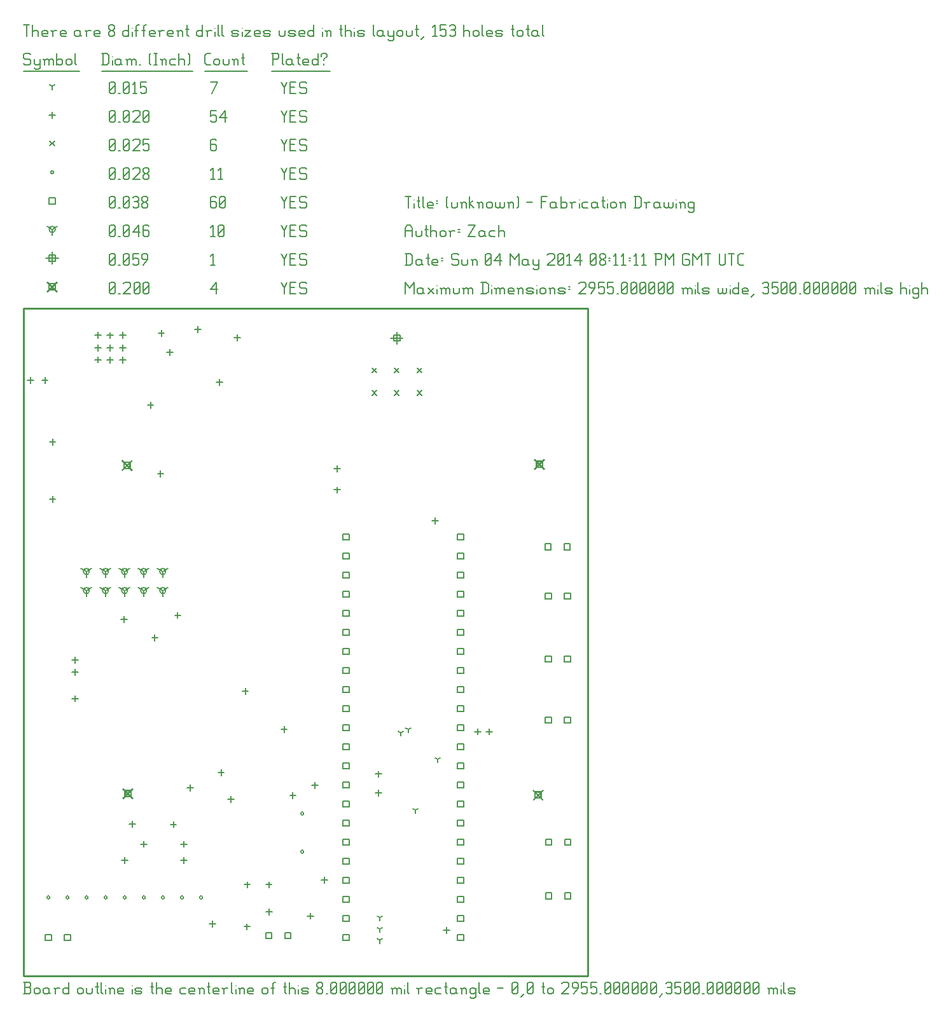
<source format=gbr>
G04 start of page 11 for group -3984 idx -3984 *
G04 Title: (unknown), fab *
G04 Creator: pcb 20110918 *
G04 CreationDate: Sun 04 May 2014 08:11:11 PM GMT UTC *
G04 For: zach *
G04 Format: Gerber/RS-274X *
G04 PCB-Dimensions: 295500 350000 *
G04 PCB-Coordinate-Origin: lower left *
%MOIN*%
%FSLAX25Y25*%
%LNFAB*%
%ADD87C,0.0100*%
%ADD86C,0.0075*%
%ADD85C,0.0060*%
%ADD84R,0.0080X0.0080*%
%ADD83C,0.0001*%
G54D83*G36*
X268000Y271066D02*X273366Y265700D01*
X272800Y265134D01*
X267434Y270500D01*
X268000Y271066D01*
G37*
G36*
X267434Y265700D02*X272800Y271066D01*
X273366Y270500D01*
X268000Y265134D01*
X267434Y265700D01*
G37*
G54D84*X268800Y269700D02*X272000D01*
X268800D02*Y266500D01*
X272000D01*
Y269700D02*Y266500D01*
G54D83*G36*
X51800Y270466D02*X57166Y265100D01*
X56600Y264534D01*
X51234Y269900D01*
X51800Y270466D01*
G37*
G36*
X51234Y265100D02*X56600Y270466D01*
X57166Y269900D01*
X51800Y264534D01*
X51234Y265100D01*
G37*
G54D84*X52600Y269100D02*X55800D01*
X52600D02*Y265900D01*
X55800D01*
Y269100D02*Y265900D01*
G54D83*G36*
X267200Y97666D02*X272566Y92300D01*
X272000Y91734D01*
X266634Y97100D01*
X267200Y97666D01*
G37*
G36*
X266634Y92300D02*X272000Y97666D01*
X272566Y97100D01*
X267200Y91734D01*
X266634Y92300D01*
G37*
G54D84*X268000Y96300D02*X271200D01*
X268000D02*Y93100D01*
X271200D01*
Y96300D02*Y93100D01*
G54D83*G36*
X52300Y98366D02*X57666Y93000D01*
X57100Y92434D01*
X51734Y97800D01*
X52300Y98366D01*
G37*
G36*
X51734Y93000D02*X57100Y98366D01*
X57666Y97800D01*
X52300Y92434D01*
X51734Y93000D01*
G37*
G54D84*X53100Y97000D02*X56300D01*
X53100D02*Y93800D01*
X56300D01*
Y97000D02*Y93800D01*
G54D83*G36*
X12600Y364216D02*X17966Y358850D01*
X17400Y358284D01*
X12034Y363650D01*
X12600Y364216D01*
G37*
G36*
X12034Y358850D02*X17400Y364216D01*
X17966Y363650D01*
X12600Y358284D01*
X12034Y358850D01*
G37*
G54D84*X13400Y362850D02*X16600D01*
X13400D02*Y359650D01*
X16600D01*
Y362850D02*Y359650D01*
G54D85*X135000Y363500D02*X136500Y360500D01*
X138000Y363500D01*
X136500Y360500D02*Y357500D01*
X139800Y360800D02*X142050D01*
X139800Y357500D02*X142800D01*
X139800Y363500D02*Y357500D01*
Y363500D02*X142800D01*
X147600D02*X148350Y362750D01*
X145350Y363500D02*X147600D01*
X144600Y362750D02*X145350Y363500D01*
X144600Y362750D02*Y361250D01*
X145350Y360500D01*
X147600D01*
X148350Y359750D01*
Y358250D01*
X147600Y357500D02*X148350Y358250D01*
X145350Y357500D02*X147600D01*
X144600Y358250D02*X145350Y357500D01*
X98000Y359750D02*X101000Y363500D01*
X98000Y359750D02*X101750D01*
X101000Y363500D02*Y357500D01*
X45000Y358250D02*X45750Y357500D01*
X45000Y362750D02*Y358250D01*
Y362750D02*X45750Y363500D01*
X47250D01*
X48000Y362750D01*
Y358250D01*
X47250Y357500D02*X48000Y358250D01*
X45750Y357500D02*X47250D01*
X45000Y359000D02*X48000Y362000D01*
X49800Y357500D02*X50550D01*
X52350Y362750D02*X53100Y363500D01*
X55350D01*
X56100Y362750D01*
Y361250D01*
X52350Y357500D02*X56100Y361250D01*
X52350Y357500D02*X56100D01*
X57900Y358250D02*X58650Y357500D01*
X57900Y362750D02*Y358250D01*
Y362750D02*X58650Y363500D01*
X60150D01*
X60900Y362750D01*
Y358250D01*
X60150Y357500D02*X60900Y358250D01*
X58650Y357500D02*X60150D01*
X57900Y359000D02*X60900Y362000D01*
X62700Y358250D02*X63450Y357500D01*
X62700Y362750D02*Y358250D01*
Y362750D02*X63450Y363500D01*
X64950D01*
X65700Y362750D01*
Y358250D01*
X64950Y357500D02*X65700Y358250D01*
X63450Y357500D02*X64950D01*
X62700Y359000D02*X65700Y362000D01*
X195555Y337492D02*Y331092D01*
X192355Y334292D02*X198755D01*
X193955Y335892D02*X197155D01*
X193955D02*Y332692D01*
X197155D01*
Y335892D02*Y332692D01*
X15000Y379450D02*Y373050D01*
X11800Y376250D02*X18200D01*
X13400Y377850D02*X16600D01*
X13400D02*Y374650D01*
X16600D01*
Y377850D02*Y374650D01*
X135000Y378500D02*X136500Y375500D01*
X138000Y378500D01*
X136500Y375500D02*Y372500D01*
X139800Y375800D02*X142050D01*
X139800Y372500D02*X142800D01*
X139800Y378500D02*Y372500D01*
Y378500D02*X142800D01*
X147600D02*X148350Y377750D01*
X145350Y378500D02*X147600D01*
X144600Y377750D02*X145350Y378500D01*
X144600Y377750D02*Y376250D01*
X145350Y375500D01*
X147600D01*
X148350Y374750D01*
Y373250D01*
X147600Y372500D02*X148350Y373250D01*
X145350Y372500D02*X147600D01*
X144600Y373250D02*X145350Y372500D01*
X98000Y377300D02*X99200Y378500D01*
Y372500D01*
X98000D02*X100250D01*
X45000Y373250D02*X45750Y372500D01*
X45000Y377750D02*Y373250D01*
Y377750D02*X45750Y378500D01*
X47250D01*
X48000Y377750D01*
Y373250D01*
X47250Y372500D02*X48000Y373250D01*
X45750Y372500D02*X47250D01*
X45000Y374000D02*X48000Y377000D01*
X49800Y372500D02*X50550D01*
X52350Y373250D02*X53100Y372500D01*
X52350Y377750D02*Y373250D01*
Y377750D02*X53100Y378500D01*
X54600D01*
X55350Y377750D01*
Y373250D01*
X54600Y372500D02*X55350Y373250D01*
X53100Y372500D02*X54600D01*
X52350Y374000D02*X55350Y377000D01*
X57150Y378500D02*X60150D01*
X57150D02*Y375500D01*
X57900Y376250D01*
X59400D01*
X60150Y375500D01*
Y373250D01*
X59400Y372500D02*X60150Y373250D01*
X57900Y372500D02*X59400D01*
X57150Y373250D02*X57900Y372500D01*
X62700D02*X64950Y375500D01*
Y377750D02*Y375500D01*
X64200Y378500D02*X64950Y377750D01*
X62700Y378500D02*X64200D01*
X61950Y377750D02*X62700Y378500D01*
X61950Y377750D02*Y376250D01*
X62700Y375500D01*
X64950D01*
X72900Y211900D02*Y208700D01*
Y211900D02*X75673Y213500D01*
X72900Y211900D02*X70127Y213500D01*
X71300Y211900D02*G75*G03X74500Y211900I1600J0D01*G01*
G75*G03X71300Y211900I-1600J0D01*G01*
X72900Y201900D02*Y198700D01*
Y201900D02*X75673Y203500D01*
X72900Y201900D02*X70127Y203500D01*
X71300Y201900D02*G75*G03X74500Y201900I1600J0D01*G01*
G75*G03X71300Y201900I-1600J0D01*G01*
X62900Y211900D02*Y208700D01*
Y211900D02*X65673Y213500D01*
X62900Y211900D02*X60127Y213500D01*
X61300Y211900D02*G75*G03X64500Y211900I1600J0D01*G01*
G75*G03X61300Y211900I-1600J0D01*G01*
X62900Y201900D02*Y198700D01*
Y201900D02*X65673Y203500D01*
X62900Y201900D02*X60127Y203500D01*
X61300Y201900D02*G75*G03X64500Y201900I1600J0D01*G01*
G75*G03X61300Y201900I-1600J0D01*G01*
X52900Y211900D02*Y208700D01*
Y211900D02*X55673Y213500D01*
X52900Y211900D02*X50127Y213500D01*
X51300Y211900D02*G75*G03X54500Y211900I1600J0D01*G01*
G75*G03X51300Y211900I-1600J0D01*G01*
X52900Y201900D02*Y198700D01*
Y201900D02*X55673Y203500D01*
X52900Y201900D02*X50127Y203500D01*
X51300Y201900D02*G75*G03X54500Y201900I1600J0D01*G01*
G75*G03X51300Y201900I-1600J0D01*G01*
X42900Y211900D02*Y208700D01*
Y211900D02*X45673Y213500D01*
X42900Y211900D02*X40127Y213500D01*
X41300Y211900D02*G75*G03X44500Y211900I1600J0D01*G01*
G75*G03X41300Y211900I-1600J0D01*G01*
X42900Y201900D02*Y198700D01*
Y201900D02*X45673Y203500D01*
X42900Y201900D02*X40127Y203500D01*
X41300Y201900D02*G75*G03X44500Y201900I1600J0D01*G01*
G75*G03X41300Y201900I-1600J0D01*G01*
X32900Y211900D02*Y208700D01*
Y211900D02*X35673Y213500D01*
X32900Y211900D02*X30127Y213500D01*
X31300Y211900D02*G75*G03X34500Y211900I1600J0D01*G01*
G75*G03X31300Y211900I-1600J0D01*G01*
X32900Y201900D02*Y198700D01*
Y201900D02*X35673Y203500D01*
X32900Y201900D02*X30127Y203500D01*
X31300Y201900D02*G75*G03X34500Y201900I1600J0D01*G01*
G75*G03X31300Y201900I-1600J0D01*G01*
X15000Y391250D02*Y388050D01*
Y391250D02*X17773Y392850D01*
X15000Y391250D02*X12227Y392850D01*
X13400Y391250D02*G75*G03X16600Y391250I1600J0D01*G01*
G75*G03X13400Y391250I-1600J0D01*G01*
X135000Y393500D02*X136500Y390500D01*
X138000Y393500D01*
X136500Y390500D02*Y387500D01*
X139800Y390800D02*X142050D01*
X139800Y387500D02*X142800D01*
X139800Y393500D02*Y387500D01*
Y393500D02*X142800D01*
X147600D02*X148350Y392750D01*
X145350Y393500D02*X147600D01*
X144600Y392750D02*X145350Y393500D01*
X144600Y392750D02*Y391250D01*
X145350Y390500D01*
X147600D01*
X148350Y389750D01*
Y388250D01*
X147600Y387500D02*X148350Y388250D01*
X145350Y387500D02*X147600D01*
X144600Y388250D02*X145350Y387500D01*
X98000Y392300D02*X99200Y393500D01*
Y387500D01*
X98000D02*X100250D01*
X102050Y388250D02*X102800Y387500D01*
X102050Y392750D02*Y388250D01*
Y392750D02*X102800Y393500D01*
X104300D01*
X105050Y392750D01*
Y388250D01*
X104300Y387500D02*X105050Y388250D01*
X102800Y387500D02*X104300D01*
X102050Y389000D02*X105050Y392000D01*
X45000Y388250D02*X45750Y387500D01*
X45000Y392750D02*Y388250D01*
Y392750D02*X45750Y393500D01*
X47250D01*
X48000Y392750D01*
Y388250D01*
X47250Y387500D02*X48000Y388250D01*
X45750Y387500D02*X47250D01*
X45000Y389000D02*X48000Y392000D01*
X49800Y387500D02*X50550D01*
X52350Y388250D02*X53100Y387500D01*
X52350Y392750D02*Y388250D01*
Y392750D02*X53100Y393500D01*
X54600D01*
X55350Y392750D01*
Y388250D01*
X54600Y387500D02*X55350Y388250D01*
X53100Y387500D02*X54600D01*
X52350Y389000D02*X55350Y392000D01*
X57150Y389750D02*X60150Y393500D01*
X57150Y389750D02*X60900D01*
X60150Y393500D02*Y387500D01*
X64950Y393500D02*X65700Y392750D01*
X63450Y393500D02*X64950D01*
X62700Y392750D02*X63450Y393500D01*
X62700Y392750D02*Y388250D01*
X63450Y387500D01*
X64950Y390800D02*X65700Y390050D01*
X62700Y390800D02*X64950D01*
X63450Y387500D02*X64950D01*
X65700Y388250D01*
Y390050D02*Y388250D01*
X273200Y226500D02*X276400D01*
X273200D02*Y223300D01*
X276400D01*
Y226500D02*Y223300D01*
X283200Y226500D02*X286400D01*
X283200D02*Y223300D01*
X286400D01*
Y226500D02*Y223300D01*
X227400Y231600D02*X230600D01*
X227400D02*Y228400D01*
X230600D01*
Y231600D02*Y228400D01*
X227400Y221600D02*X230600D01*
X227400D02*Y218400D01*
X230600D01*
Y221600D02*Y218400D01*
X227400Y211600D02*X230600D01*
X227400D02*Y208400D01*
X230600D01*
Y211600D02*Y208400D01*
X227400Y201600D02*X230600D01*
X227400D02*Y198400D01*
X230600D01*
Y201600D02*Y198400D01*
X227400Y191600D02*X230600D01*
X227400D02*Y188400D01*
X230600D01*
Y191600D02*Y188400D01*
X227400Y181600D02*X230600D01*
X227400D02*Y178400D01*
X230600D01*
Y181600D02*Y178400D01*
X227400Y171600D02*X230600D01*
X227400D02*Y168400D01*
X230600D01*
Y171600D02*Y168400D01*
X227400Y161600D02*X230600D01*
X227400D02*Y158400D01*
X230600D01*
Y161600D02*Y158400D01*
X227400Y151600D02*X230600D01*
X227400D02*Y148400D01*
X230600D01*
Y151600D02*Y148400D01*
X227400Y141600D02*X230600D01*
X227400D02*Y138400D01*
X230600D01*
Y141600D02*Y138400D01*
X227400Y131600D02*X230600D01*
X227400D02*Y128400D01*
X230600D01*
Y131600D02*Y128400D01*
X227400Y121600D02*X230600D01*
X227400D02*Y118400D01*
X230600D01*
Y121600D02*Y118400D01*
X227400Y111600D02*X230600D01*
X227400D02*Y108400D01*
X230600D01*
Y111600D02*Y108400D01*
X227400Y101600D02*X230600D01*
X227400D02*Y98400D01*
X230600D01*
Y101600D02*Y98400D01*
X227400Y91600D02*X230600D01*
X227400D02*Y88400D01*
X230600D01*
Y91600D02*Y88400D01*
X227400Y81600D02*X230600D01*
X227400D02*Y78400D01*
X230600D01*
Y81600D02*Y78400D01*
X227400Y71600D02*X230600D01*
X227400D02*Y68400D01*
X230600D01*
Y71600D02*Y68400D01*
X227400Y61600D02*X230600D01*
X227400D02*Y58400D01*
X230600D01*
Y61600D02*Y58400D01*
X227400Y51600D02*X230600D01*
X227400D02*Y48400D01*
X230600D01*
Y51600D02*Y48400D01*
X227400Y41600D02*X230600D01*
X227400D02*Y38400D01*
X230600D01*
Y41600D02*Y38400D01*
X227400Y31600D02*X230600D01*
X227400D02*Y28400D01*
X230600D01*
Y31600D02*Y28400D01*
X227400Y21600D02*X230600D01*
X227400D02*Y18400D01*
X230600D01*
Y21600D02*Y18400D01*
X167400Y231600D02*X170600D01*
X167400D02*Y228400D01*
X170600D01*
Y231600D02*Y228400D01*
X167400Y221600D02*X170600D01*
X167400D02*Y218400D01*
X170600D01*
Y221600D02*Y218400D01*
X167400Y211600D02*X170600D01*
X167400D02*Y208400D01*
X170600D01*
Y211600D02*Y208400D01*
X167400Y201600D02*X170600D01*
X167400D02*Y198400D01*
X170600D01*
Y201600D02*Y198400D01*
X167400Y191600D02*X170600D01*
X167400D02*Y188400D01*
X170600D01*
Y191600D02*Y188400D01*
X167400Y181600D02*X170600D01*
X167400D02*Y178400D01*
X170600D01*
Y181600D02*Y178400D01*
X167400Y171600D02*X170600D01*
X167400D02*Y168400D01*
X170600D01*
Y171600D02*Y168400D01*
X167400Y161600D02*X170600D01*
X167400D02*Y158400D01*
X170600D01*
Y161600D02*Y158400D01*
X167400Y151600D02*X170600D01*
X167400D02*Y148400D01*
X170600D01*
Y151600D02*Y148400D01*
X167400Y141600D02*X170600D01*
X167400D02*Y138400D01*
X170600D01*
Y141600D02*Y138400D01*
X167400Y131600D02*X170600D01*
X167400D02*Y128400D01*
X170600D01*
Y131600D02*Y128400D01*
X167400Y121600D02*X170600D01*
X167400D02*Y118400D01*
X170600D01*
Y121600D02*Y118400D01*
X167400Y111600D02*X170600D01*
X167400D02*Y108400D01*
X170600D01*
Y111600D02*Y108400D01*
X167400Y101600D02*X170600D01*
X167400D02*Y98400D01*
X170600D01*
Y101600D02*Y98400D01*
X167400Y91600D02*X170600D01*
X167400D02*Y88400D01*
X170600D01*
Y91600D02*Y88400D01*
X167400Y81600D02*X170600D01*
X167400D02*Y78400D01*
X170600D01*
Y81600D02*Y78400D01*
X167400Y71600D02*X170600D01*
X167400D02*Y68400D01*
X170600D01*
Y71600D02*Y68400D01*
X167400Y61600D02*X170600D01*
X167400D02*Y58400D01*
X170600D01*
Y61600D02*Y58400D01*
X167400Y51600D02*X170600D01*
X167400D02*Y48400D01*
X170600D01*
Y51600D02*Y48400D01*
X167400Y41600D02*X170600D01*
X167400D02*Y38400D01*
X170600D01*
Y41600D02*Y38400D01*
X167400Y31600D02*X170600D01*
X167400D02*Y28400D01*
X170600D01*
Y31600D02*Y28400D01*
X167400Y21600D02*X170600D01*
X167400D02*Y18400D01*
X170600D01*
Y21600D02*Y18400D01*
X273400Y200600D02*X276600D01*
X273400D02*Y197400D01*
X276600D01*
Y200600D02*Y197400D01*
X283400Y200600D02*X286600D01*
X283400D02*Y197400D01*
X286600D01*
Y200600D02*Y197400D01*
X273400Y167600D02*X276600D01*
X273400D02*Y164400D01*
X276600D01*
Y167600D02*Y164400D01*
X283400Y167600D02*X286600D01*
X283400D02*Y164400D01*
X286600D01*
Y167600D02*Y164400D01*
X126900Y22600D02*X130100D01*
X126900D02*Y19400D01*
X130100D01*
Y22600D02*Y19400D01*
X136900Y22600D02*X140100D01*
X136900D02*Y19400D01*
X140100D01*
Y22600D02*Y19400D01*
X273400Y135600D02*X276600D01*
X273400D02*Y132400D01*
X276600D01*
Y135600D02*Y132400D01*
X283400Y135600D02*X286600D01*
X283400D02*Y132400D01*
X286600D01*
Y135600D02*Y132400D01*
X11400Y21600D02*X14600D01*
X11400D02*Y18400D01*
X14600D01*
Y21600D02*Y18400D01*
X21400Y21600D02*X24600D01*
X21400D02*Y18400D01*
X24600D01*
Y21600D02*Y18400D01*
X273592Y71596D02*X276792D01*
X273592D02*Y68396D01*
X276792D01*
Y71596D02*Y68396D01*
X283592Y71596D02*X286792D01*
X283592D02*Y68396D01*
X286792D01*
Y71596D02*Y68396D01*
X273592Y43429D02*X276792D01*
X273592D02*Y40229D01*
X276792D01*
Y43429D02*Y40229D01*
X283592Y43429D02*X286792D01*
X283592D02*Y40229D01*
X286792D01*
Y43429D02*Y40229D01*
X13400Y407850D02*X16600D01*
X13400D02*Y404650D01*
X16600D01*
Y407850D02*Y404650D01*
X135000Y408500D02*X136500Y405500D01*
X138000Y408500D01*
X136500Y405500D02*Y402500D01*
X139800Y405800D02*X142050D01*
X139800Y402500D02*X142800D01*
X139800Y408500D02*Y402500D01*
Y408500D02*X142800D01*
X147600D02*X148350Y407750D01*
X145350Y408500D02*X147600D01*
X144600Y407750D02*X145350Y408500D01*
X144600Y407750D02*Y406250D01*
X145350Y405500D01*
X147600D01*
X148350Y404750D01*
Y403250D01*
X147600Y402500D02*X148350Y403250D01*
X145350Y402500D02*X147600D01*
X144600Y403250D02*X145350Y402500D01*
X100250Y408500D02*X101000Y407750D01*
X98750Y408500D02*X100250D01*
X98000Y407750D02*X98750Y408500D01*
X98000Y407750D02*Y403250D01*
X98750Y402500D01*
X100250Y405800D02*X101000Y405050D01*
X98000Y405800D02*X100250D01*
X98750Y402500D02*X100250D01*
X101000Y403250D01*
Y405050D02*Y403250D01*
X102800D02*X103550Y402500D01*
X102800Y407750D02*Y403250D01*
Y407750D02*X103550Y408500D01*
X105050D01*
X105800Y407750D01*
Y403250D01*
X105050Y402500D02*X105800Y403250D01*
X103550Y402500D02*X105050D01*
X102800Y404000D02*X105800Y407000D01*
X45000Y403250D02*X45750Y402500D01*
X45000Y407750D02*Y403250D01*
Y407750D02*X45750Y408500D01*
X47250D01*
X48000Y407750D01*
Y403250D01*
X47250Y402500D02*X48000Y403250D01*
X45750Y402500D02*X47250D01*
X45000Y404000D02*X48000Y407000D01*
X49800Y402500D02*X50550D01*
X52350Y403250D02*X53100Y402500D01*
X52350Y407750D02*Y403250D01*
Y407750D02*X53100Y408500D01*
X54600D01*
X55350Y407750D01*
Y403250D01*
X54600Y402500D02*X55350Y403250D01*
X53100Y402500D02*X54600D01*
X52350Y404000D02*X55350Y407000D01*
X57150Y407750D02*X57900Y408500D01*
X59400D01*
X60150Y407750D01*
X59400Y402500D02*X60150Y403250D01*
X57900Y402500D02*X59400D01*
X57150Y403250D02*X57900Y402500D01*
Y405800D02*X59400D01*
X60150Y407750D02*Y406550D01*
Y405050D02*Y403250D01*
Y405050D02*X59400Y405800D01*
X60150Y406550D02*X59400Y405800D01*
X61950Y403250D02*X62700Y402500D01*
X61950Y404450D02*Y403250D01*
Y404450D02*X63000Y405500D01*
X63900D01*
X64950Y404450D01*
Y403250D01*
X64200Y402500D02*X64950Y403250D01*
X62700Y402500D02*X64200D01*
X61950Y406550D02*X63000Y405500D01*
X61950Y407750D02*Y406550D01*
Y407750D02*X62700Y408500D01*
X64200D01*
X64950Y407750D01*
Y406550D01*
X63900Y405500D02*X64950Y406550D01*
X92200Y41000D02*G75*G03X93800Y41000I800J0D01*G01*
G75*G03X92200Y41000I-800J0D01*G01*
X82200D02*G75*G03X83800Y41000I800J0D01*G01*
G75*G03X82200Y41000I-800J0D01*G01*
X72200D02*G75*G03X73800Y41000I800J0D01*G01*
G75*G03X72200Y41000I-800J0D01*G01*
X62200D02*G75*G03X63800Y41000I800J0D01*G01*
G75*G03X62200Y41000I-800J0D01*G01*
X52200D02*G75*G03X53800Y41000I800J0D01*G01*
G75*G03X52200Y41000I-800J0D01*G01*
X42200D02*G75*G03X43800Y41000I800J0D01*G01*
G75*G03X42200Y41000I-800J0D01*G01*
X32200D02*G75*G03X33800Y41000I800J0D01*G01*
G75*G03X32200Y41000I-800J0D01*G01*
X22200D02*G75*G03X23800Y41000I800J0D01*G01*
G75*G03X22200Y41000I-800J0D01*G01*
X12200D02*G75*G03X13800Y41000I800J0D01*G01*
G75*G03X12200Y41000I-800J0D01*G01*
X145200Y85000D02*G75*G03X146800Y85000I800J0D01*G01*
G75*G03X145200Y85000I-800J0D01*G01*
Y65000D02*G75*G03X146800Y65000I800J0D01*G01*
G75*G03X145200Y65000I-800J0D01*G01*
X14200Y421250D02*G75*G03X15800Y421250I800J0D01*G01*
G75*G03X14200Y421250I-800J0D01*G01*
X135000Y423500D02*X136500Y420500D01*
X138000Y423500D01*
X136500Y420500D02*Y417500D01*
X139800Y420800D02*X142050D01*
X139800Y417500D02*X142800D01*
X139800Y423500D02*Y417500D01*
Y423500D02*X142800D01*
X147600D02*X148350Y422750D01*
X145350Y423500D02*X147600D01*
X144600Y422750D02*X145350Y423500D01*
X144600Y422750D02*Y421250D01*
X145350Y420500D01*
X147600D01*
X148350Y419750D01*
Y418250D01*
X147600Y417500D02*X148350Y418250D01*
X145350Y417500D02*X147600D01*
X144600Y418250D02*X145350Y417500D01*
X98000Y422300D02*X99200Y423500D01*
Y417500D01*
X98000D02*X100250D01*
X102050Y422300D02*X103250Y423500D01*
Y417500D01*
X102050D02*X104300D01*
X45000Y418250D02*X45750Y417500D01*
X45000Y422750D02*Y418250D01*
Y422750D02*X45750Y423500D01*
X47250D01*
X48000Y422750D01*
Y418250D01*
X47250Y417500D02*X48000Y418250D01*
X45750Y417500D02*X47250D01*
X45000Y419000D02*X48000Y422000D01*
X49800Y417500D02*X50550D01*
X52350Y418250D02*X53100Y417500D01*
X52350Y422750D02*Y418250D01*
Y422750D02*X53100Y423500D01*
X54600D01*
X55350Y422750D01*
Y418250D01*
X54600Y417500D02*X55350Y418250D01*
X53100Y417500D02*X54600D01*
X52350Y419000D02*X55350Y422000D01*
X57150Y422750D02*X57900Y423500D01*
X60150D01*
X60900Y422750D01*
Y421250D01*
X57150Y417500D02*X60900Y421250D01*
X57150Y417500D02*X60900D01*
X62700Y418250D02*X63450Y417500D01*
X62700Y419450D02*Y418250D01*
Y419450D02*X63750Y420500D01*
X64650D01*
X65700Y419450D01*
Y418250D01*
X64950Y417500D02*X65700Y418250D01*
X63450Y417500D02*X64950D01*
X62700Y421550D02*X63750Y420500D01*
X62700Y422750D02*Y421550D01*
Y422750D02*X63450Y423500D01*
X64950D01*
X65700Y422750D01*
Y421550D01*
X64650Y420500D02*X65700Y421550D01*
X206155Y318492D02*X208555Y316092D01*
X206155D02*X208555Y318492D01*
X182555D02*X184955Y316092D01*
X182555D02*X184955Y318492D01*
X194355D02*X196755Y316092D01*
X194355D02*X196755Y318492D01*
X206155Y306692D02*X208555Y304292D01*
X206155D02*X208555Y306692D01*
X182555D02*X184955Y304292D01*
X182555D02*X184955Y306692D01*
X194355D02*X196755Y304292D01*
X194355D02*X196755Y306692D01*
X13800Y437450D02*X16200Y435050D01*
X13800D02*X16200Y437450D01*
X135000Y438500D02*X136500Y435500D01*
X138000Y438500D01*
X136500Y435500D02*Y432500D01*
X139800Y435800D02*X142050D01*
X139800Y432500D02*X142800D01*
X139800Y438500D02*Y432500D01*
Y438500D02*X142800D01*
X147600D02*X148350Y437750D01*
X145350Y438500D02*X147600D01*
X144600Y437750D02*X145350Y438500D01*
X144600Y437750D02*Y436250D01*
X145350Y435500D01*
X147600D01*
X148350Y434750D01*
Y433250D01*
X147600Y432500D02*X148350Y433250D01*
X145350Y432500D02*X147600D01*
X144600Y433250D02*X145350Y432500D01*
X100250Y438500D02*X101000Y437750D01*
X98750Y438500D02*X100250D01*
X98000Y437750D02*X98750Y438500D01*
X98000Y437750D02*Y433250D01*
X98750Y432500D01*
X100250Y435800D02*X101000Y435050D01*
X98000Y435800D02*X100250D01*
X98750Y432500D02*X100250D01*
X101000Y433250D01*
Y435050D02*Y433250D01*
X45000D02*X45750Y432500D01*
X45000Y437750D02*Y433250D01*
Y437750D02*X45750Y438500D01*
X47250D01*
X48000Y437750D01*
Y433250D01*
X47250Y432500D02*X48000Y433250D01*
X45750Y432500D02*X47250D01*
X45000Y434000D02*X48000Y437000D01*
X49800Y432500D02*X50550D01*
X52350Y433250D02*X53100Y432500D01*
X52350Y437750D02*Y433250D01*
Y437750D02*X53100Y438500D01*
X54600D01*
X55350Y437750D01*
Y433250D01*
X54600Y432500D02*X55350Y433250D01*
X53100Y432500D02*X54600D01*
X52350Y434000D02*X55350Y437000D01*
X57150Y437750D02*X57900Y438500D01*
X60150D01*
X60900Y437750D01*
Y436250D01*
X57150Y432500D02*X60900Y436250D01*
X57150Y432500D02*X60900D01*
X62700Y438500D02*X65700D01*
X62700D02*Y435500D01*
X63450Y436250D01*
X64950D01*
X65700Y435500D01*
Y433250D01*
X64950Y432500D02*X65700Y433250D01*
X63450Y432500D02*X64950D01*
X62700Y433250D02*X63450Y432500D01*
X15184Y281384D02*Y278184D01*
X13584Y279784D02*X16784D01*
X15184Y251384D02*Y248184D01*
X13584Y249784D02*X16784D01*
X39000Y337400D02*Y334200D01*
X37400Y335800D02*X40600D01*
X51900Y337400D02*Y334200D01*
X50300Y335800D02*X53500D01*
X51900Y324500D02*Y321300D01*
X50300Y322900D02*X53500D01*
X39000Y324600D02*Y321400D01*
X37400Y323000D02*X40600D01*
X45279Y330806D02*Y327606D01*
X43679Y329206D02*X46879D01*
X244000Y129600D02*Y126400D01*
X242400Y128000D02*X245600D01*
X238000Y129600D02*Y126400D01*
X236400Y128000D02*X239600D01*
X78500Y80900D02*Y77700D01*
X76900Y79300D02*X80100D01*
X221600Y25500D02*Y22300D01*
X220000Y23900D02*X223200D01*
X99000Y28700D02*Y25500D01*
X97400Y27100D02*X100600D01*
X185900Y107300D02*Y104100D01*
X184300Y105700D02*X187500D01*
X185900Y97500D02*Y94300D01*
X184300Y95900D02*X187500D01*
X27000Y167200D02*Y164000D01*
X25400Y165600D02*X28600D01*
X26900Y160700D02*Y157500D01*
X25300Y159100D02*X28500D01*
X87400Y100100D02*Y96900D01*
X85800Y98500D02*X89000D01*
X26900Y146900D02*Y143700D01*
X25300Y145300D02*X28500D01*
X103500Y108100D02*Y104900D01*
X101900Y106500D02*X105100D01*
X136500Y130800D02*Y127600D01*
X134900Y129200D02*X138100D01*
X116200Y150800D02*Y147600D01*
X114600Y149200D02*X117800D01*
X80800Y190600D02*Y187400D01*
X79200Y189000D02*X82400D01*
X152600Y101500D02*Y98300D01*
X151000Y99900D02*X154200D01*
X68800Y178800D02*Y175600D01*
X67200Y177200D02*X70400D01*
X215600Y240200D02*Y237000D01*
X214000Y238600D02*X217200D01*
X52700Y188500D02*Y185300D01*
X51100Y186900D02*X54300D01*
X141100Y96200D02*Y93000D01*
X139500Y94600D02*X142700D01*
X164400Y267400D02*Y264200D01*
X162800Y265800D02*X166000D01*
X164400Y256300D02*Y253100D01*
X162800Y254700D02*X166000D01*
X91400Y340400D02*Y337200D01*
X89800Y338800D02*X93000D01*
X72200Y338400D02*Y335200D01*
X70600Y336800D02*X73800D01*
X71800Y264800D02*Y261600D01*
X70200Y263200D02*X73400D01*
X66500Y300800D02*Y297600D01*
X64900Y299200D02*X68100D01*
X102700Y312700D02*Y309500D01*
X101100Y311100D02*X104300D01*
X111900Y336100D02*Y332900D01*
X110300Y334500D02*X113500D01*
X76600Y328400D02*Y325200D01*
X75000Y326800D02*X78200D01*
X3600Y313800D02*Y310600D01*
X2000Y312200D02*X5200D01*
X11200Y313800D02*Y310600D01*
X9600Y312200D02*X12800D01*
X117200Y49300D02*Y46100D01*
X115600Y47700D02*X118800D01*
X117100Y27300D02*Y24100D01*
X115500Y25700D02*X118700D01*
X128600Y35100D02*Y31900D01*
X127000Y33500D02*X130200D01*
X128500Y49300D02*Y46100D01*
X126900Y47700D02*X130100D01*
X150300Y32900D02*Y29700D01*
X148700Y31300D02*X151900D01*
X157600Y51700D02*Y48500D01*
X156000Y50100D02*X159200D01*
X45400Y324500D02*Y321300D01*
X43800Y322900D02*X47000D01*
X52000Y330800D02*Y327600D01*
X50400Y329200D02*X53600D01*
X38900Y330800D02*Y327600D01*
X37300Y329200D02*X40500D01*
X45400Y337300D02*Y334100D01*
X43800Y335700D02*X47000D01*
X53000Y62100D02*Y58900D01*
X51400Y60500D02*X54600D01*
X84000Y70600D02*Y67400D01*
X82400Y69000D02*X85600D01*
X63000Y70600D02*Y67400D01*
X61400Y69000D02*X64600D01*
X84000Y62100D02*Y58900D01*
X82400Y60500D02*X85600D01*
X57000Y81100D02*Y77900D01*
X55400Y79500D02*X58600D01*
X108600Y94200D02*Y91000D01*
X107000Y92600D02*X110200D01*
X15000Y452850D02*Y449650D01*
X13400Y451250D02*X16600D01*
X135000Y453500D02*X136500Y450500D01*
X138000Y453500D01*
X136500Y450500D02*Y447500D01*
X139800Y450800D02*X142050D01*
X139800Y447500D02*X142800D01*
X139800Y453500D02*Y447500D01*
Y453500D02*X142800D01*
X147600D02*X148350Y452750D01*
X145350Y453500D02*X147600D01*
X144600Y452750D02*X145350Y453500D01*
X144600Y452750D02*Y451250D01*
X145350Y450500D01*
X147600D01*
X148350Y449750D01*
Y448250D01*
X147600Y447500D02*X148350Y448250D01*
X145350Y447500D02*X147600D01*
X144600Y448250D02*X145350Y447500D01*
X98000Y453500D02*X101000D01*
X98000D02*Y450500D01*
X98750Y451250D01*
X100250D01*
X101000Y450500D01*
Y448250D01*
X100250Y447500D02*X101000Y448250D01*
X98750Y447500D02*X100250D01*
X98000Y448250D02*X98750Y447500D01*
X102800Y449750D02*X105800Y453500D01*
X102800Y449750D02*X106550D01*
X105800Y453500D02*Y447500D01*
X45000Y448250D02*X45750Y447500D01*
X45000Y452750D02*Y448250D01*
Y452750D02*X45750Y453500D01*
X47250D01*
X48000Y452750D01*
Y448250D01*
X47250Y447500D02*X48000Y448250D01*
X45750Y447500D02*X47250D01*
X45000Y449000D02*X48000Y452000D01*
X49800Y447500D02*X50550D01*
X52350Y448250D02*X53100Y447500D01*
X52350Y452750D02*Y448250D01*
Y452750D02*X53100Y453500D01*
X54600D01*
X55350Y452750D01*
Y448250D01*
X54600Y447500D02*X55350Y448250D01*
X53100Y447500D02*X54600D01*
X52350Y449000D02*X55350Y452000D01*
X57150Y452750D02*X57900Y453500D01*
X60150D01*
X60900Y452750D01*
Y451250D01*
X57150Y447500D02*X60900Y451250D01*
X57150Y447500D02*X60900D01*
X62700Y448250D02*X63450Y447500D01*
X62700Y452750D02*Y448250D01*
Y452750D02*X63450Y453500D01*
X64950D01*
X65700Y452750D01*
Y448250D01*
X64950Y447500D02*X65700Y448250D01*
X63450Y447500D02*X64950D01*
X62700Y449000D02*X65700Y452000D01*
X186700Y24500D02*Y22900D01*
Y24500D02*X188087Y25300D01*
X186700Y24500D02*X185313Y25300D01*
X186600Y30500D02*Y28900D01*
Y30500D02*X187987Y31300D01*
X186600Y30500D02*X185213Y31300D01*
X186600Y18600D02*Y17000D01*
Y18600D02*X187987Y19400D01*
X186600Y18600D02*X185213Y19400D01*
X205200Y86700D02*Y85100D01*
Y86700D02*X206587Y87500D01*
X205200Y86700D02*X203813Y87500D01*
X217000Y113400D02*Y111800D01*
Y113400D02*X218387Y114200D01*
X217000Y113400D02*X215613Y114200D01*
X197700Y127300D02*Y125700D01*
Y127300D02*X199087Y128100D01*
X197700Y127300D02*X196313Y128100D01*
X201500Y129100D02*Y127500D01*
Y129100D02*X202887Y129900D01*
X201500Y129100D02*X200113Y129900D01*
X15000Y466250D02*Y464650D01*
Y466250D02*X16387Y467050D01*
X15000Y466250D02*X13613Y467050D01*
X135000Y468500D02*X136500Y465500D01*
X138000Y468500D01*
X136500Y465500D02*Y462500D01*
X139800Y465800D02*X142050D01*
X139800Y462500D02*X142800D01*
X139800Y468500D02*Y462500D01*
Y468500D02*X142800D01*
X147600D02*X148350Y467750D01*
X145350Y468500D02*X147600D01*
X144600Y467750D02*X145350Y468500D01*
X144600Y467750D02*Y466250D01*
X145350Y465500D01*
X147600D01*
X148350Y464750D01*
Y463250D01*
X147600Y462500D02*X148350Y463250D01*
X145350Y462500D02*X147600D01*
X144600Y463250D02*X145350Y462500D01*
X98750D02*X101750Y468500D01*
X98000D02*X101750D01*
X45000Y463250D02*X45750Y462500D01*
X45000Y467750D02*Y463250D01*
Y467750D02*X45750Y468500D01*
X47250D01*
X48000Y467750D01*
Y463250D01*
X47250Y462500D02*X48000Y463250D01*
X45750Y462500D02*X47250D01*
X45000Y464000D02*X48000Y467000D01*
X49800Y462500D02*X50550D01*
X52350Y463250D02*X53100Y462500D01*
X52350Y467750D02*Y463250D01*
Y467750D02*X53100Y468500D01*
X54600D01*
X55350Y467750D01*
Y463250D01*
X54600Y462500D02*X55350Y463250D01*
X53100Y462500D02*X54600D01*
X52350Y464000D02*X55350Y467000D01*
X57150Y467300D02*X58350Y468500D01*
Y462500D01*
X57150D02*X59400D01*
X61200Y468500D02*X64200D01*
X61200D02*Y465500D01*
X61950Y466250D01*
X63450D01*
X64200Y465500D01*
Y463250D01*
X63450Y462500D02*X64200Y463250D01*
X61950Y462500D02*X63450D01*
X61200Y463250D02*X61950Y462500D01*
X3000Y483500D02*X3750Y482750D01*
X750Y483500D02*X3000D01*
X0Y482750D02*X750Y483500D01*
X0Y482750D02*Y481250D01*
X750Y480500D01*
X3000D01*
X3750Y479750D01*
Y478250D01*
X3000Y477500D02*X3750Y478250D01*
X750Y477500D02*X3000D01*
X0Y478250D02*X750Y477500D01*
X5550Y480500D02*Y478250D01*
X6300Y477500D01*
X8550Y480500D02*Y476000D01*
X7800Y475250D02*X8550Y476000D01*
X6300Y475250D02*X7800D01*
X5550Y476000D02*X6300Y475250D01*
Y477500D02*X7800D01*
X8550Y478250D01*
X11100Y479750D02*Y477500D01*
Y479750D02*X11850Y480500D01*
X12600D01*
X13350Y479750D01*
Y477500D01*
Y479750D02*X14100Y480500D01*
X14850D01*
X15600Y479750D01*
Y477500D01*
X10350Y480500D02*X11100Y479750D01*
X17400Y483500D02*Y477500D01*
Y478250D02*X18150Y477500D01*
X19650D01*
X20400Y478250D01*
Y479750D02*Y478250D01*
X19650Y480500D02*X20400Y479750D01*
X18150Y480500D02*X19650D01*
X17400Y479750D02*X18150Y480500D01*
X22200Y479750D02*Y478250D01*
Y479750D02*X22950Y480500D01*
X24450D01*
X25200Y479750D01*
Y478250D01*
X24450Y477500D02*X25200Y478250D01*
X22950Y477500D02*X24450D01*
X22200Y478250D02*X22950Y477500D01*
X27000Y483500D02*Y478250D01*
X27750Y477500D01*
X0Y474250D02*X29250D01*
X41750Y483500D02*Y477500D01*
X43700Y483500D02*X44750Y482450D01*
Y478550D01*
X43700Y477500D02*X44750Y478550D01*
X41000Y477500D02*X43700D01*
X41000Y483500D02*X43700D01*
G54D86*X46550Y482000D02*Y481850D01*
G54D85*Y479750D02*Y477500D01*
X50300Y480500D02*X51050Y479750D01*
X48800Y480500D02*X50300D01*
X48050Y479750D02*X48800Y480500D01*
X48050Y479750D02*Y478250D01*
X48800Y477500D01*
X51050Y480500D02*Y478250D01*
X51800Y477500D01*
X48800D02*X50300D01*
X51050Y478250D01*
X54350Y479750D02*Y477500D01*
Y479750D02*X55100Y480500D01*
X55850D01*
X56600Y479750D01*
Y477500D01*
Y479750D02*X57350Y480500D01*
X58100D01*
X58850Y479750D01*
Y477500D01*
X53600Y480500D02*X54350Y479750D01*
X60650Y477500D02*X61400D01*
X65900Y478250D02*X66650Y477500D01*
X65900Y482750D02*X66650Y483500D01*
X65900Y482750D02*Y478250D01*
X68450Y483500D02*X69950D01*
X69200D02*Y477500D01*
X68450D02*X69950D01*
X72500Y479750D02*Y477500D01*
Y479750D02*X73250Y480500D01*
X74000D01*
X74750Y479750D01*
Y477500D01*
X71750Y480500D02*X72500Y479750D01*
X77300Y480500D02*X79550D01*
X76550Y479750D02*X77300Y480500D01*
X76550Y479750D02*Y478250D01*
X77300Y477500D01*
X79550D01*
X81350Y483500D02*Y477500D01*
Y479750D02*X82100Y480500D01*
X83600D01*
X84350Y479750D01*
Y477500D01*
X86150Y483500D02*X86900Y482750D01*
Y478250D01*
X86150Y477500D02*X86900Y478250D01*
X41000Y474250D02*X88700D01*
X96050Y477500D02*X98000D01*
X95000Y478550D02*X96050Y477500D01*
X95000Y482450D02*Y478550D01*
Y482450D02*X96050Y483500D01*
X98000D01*
X99800Y479750D02*Y478250D01*
Y479750D02*X100550Y480500D01*
X102050D01*
X102800Y479750D01*
Y478250D01*
X102050Y477500D02*X102800Y478250D01*
X100550Y477500D02*X102050D01*
X99800Y478250D02*X100550Y477500D01*
X104600Y480500D02*Y478250D01*
X105350Y477500D01*
X106850D01*
X107600Y478250D01*
Y480500D02*Y478250D01*
X110150Y479750D02*Y477500D01*
Y479750D02*X110900Y480500D01*
X111650D01*
X112400Y479750D01*
Y477500D01*
X109400Y480500D02*X110150Y479750D01*
X114950Y483500D02*Y478250D01*
X115700Y477500D01*
X114200Y481250D02*X115700D01*
X95000Y474250D02*X117200D01*
X130750Y483500D02*Y477500D01*
X130000Y483500D02*X133000D01*
X133750Y482750D01*
Y481250D01*
X133000Y480500D02*X133750Y481250D01*
X130750Y480500D02*X133000D01*
X135550Y483500D02*Y478250D01*
X136300Y477500D01*
X140050Y480500D02*X140800Y479750D01*
X138550Y480500D02*X140050D01*
X137800Y479750D02*X138550Y480500D01*
X137800Y479750D02*Y478250D01*
X138550Y477500D01*
X140800Y480500D02*Y478250D01*
X141550Y477500D01*
X138550D02*X140050D01*
X140800Y478250D01*
X144100Y483500D02*Y478250D01*
X144850Y477500D01*
X143350Y481250D02*X144850D01*
X147100Y477500D02*X149350D01*
X146350Y478250D02*X147100Y477500D01*
X146350Y479750D02*Y478250D01*
Y479750D02*X147100Y480500D01*
X148600D01*
X149350Y479750D01*
X146350Y479000D02*X149350D01*
Y479750D02*Y479000D01*
X154150Y483500D02*Y477500D01*
X153400D02*X154150Y478250D01*
X151900Y477500D02*X153400D01*
X151150Y478250D02*X151900Y477500D01*
X151150Y479750D02*Y478250D01*
Y479750D02*X151900Y480500D01*
X153400D01*
X154150Y479750D01*
X157450Y480500D02*Y479750D01*
Y478250D02*Y477500D01*
X155950Y482750D02*Y482000D01*
Y482750D02*X156700Y483500D01*
X158200D01*
X158950Y482750D01*
Y482000D01*
X157450Y480500D02*X158950Y482000D01*
X130000Y474250D02*X160750D01*
X0Y498500D02*X3000D01*
X1500D02*Y492500D01*
X4800Y498500D02*Y492500D01*
Y494750D02*X5550Y495500D01*
X7050D01*
X7800Y494750D01*
Y492500D01*
X10350D02*X12600D01*
X9600Y493250D02*X10350Y492500D01*
X9600Y494750D02*Y493250D01*
Y494750D02*X10350Y495500D01*
X11850D01*
X12600Y494750D01*
X9600Y494000D02*X12600D01*
Y494750D02*Y494000D01*
X15150Y494750D02*Y492500D01*
Y494750D02*X15900Y495500D01*
X17400D01*
X14400D02*X15150Y494750D01*
X19950Y492500D02*X22200D01*
X19200Y493250D02*X19950Y492500D01*
X19200Y494750D02*Y493250D01*
Y494750D02*X19950Y495500D01*
X21450D01*
X22200Y494750D01*
X19200Y494000D02*X22200D01*
Y494750D02*Y494000D01*
X28950Y495500D02*X29700Y494750D01*
X27450Y495500D02*X28950D01*
X26700Y494750D02*X27450Y495500D01*
X26700Y494750D02*Y493250D01*
X27450Y492500D01*
X29700Y495500D02*Y493250D01*
X30450Y492500D01*
X27450D02*X28950D01*
X29700Y493250D01*
X33000Y494750D02*Y492500D01*
Y494750D02*X33750Y495500D01*
X35250D01*
X32250D02*X33000Y494750D01*
X37800Y492500D02*X40050D01*
X37050Y493250D02*X37800Y492500D01*
X37050Y494750D02*Y493250D01*
Y494750D02*X37800Y495500D01*
X39300D01*
X40050Y494750D01*
X37050Y494000D02*X40050D01*
Y494750D02*Y494000D01*
X44550Y493250D02*X45300Y492500D01*
X44550Y494450D02*Y493250D01*
Y494450D02*X45600Y495500D01*
X46500D01*
X47550Y494450D01*
Y493250D01*
X46800Y492500D02*X47550Y493250D01*
X45300Y492500D02*X46800D01*
X44550Y496550D02*X45600Y495500D01*
X44550Y497750D02*Y496550D01*
Y497750D02*X45300Y498500D01*
X46800D01*
X47550Y497750D01*
Y496550D01*
X46500Y495500D02*X47550Y496550D01*
X55050Y498500D02*Y492500D01*
X54300D02*X55050Y493250D01*
X52800Y492500D02*X54300D01*
X52050Y493250D02*X52800Y492500D01*
X52050Y494750D02*Y493250D01*
Y494750D02*X52800Y495500D01*
X54300D01*
X55050Y494750D01*
G54D86*X56850Y497000D02*Y496850D01*
G54D85*Y494750D02*Y492500D01*
X59100Y497750D02*Y492500D01*
Y497750D02*X59850Y498500D01*
X60600D01*
X58350Y495500D02*X59850D01*
X62850Y497750D02*Y492500D01*
Y497750D02*X63600Y498500D01*
X64350D01*
X62100Y495500D02*X63600D01*
X66600Y492500D02*X68850D01*
X65850Y493250D02*X66600Y492500D01*
X65850Y494750D02*Y493250D01*
Y494750D02*X66600Y495500D01*
X68100D01*
X68850Y494750D01*
X65850Y494000D02*X68850D01*
Y494750D02*Y494000D01*
X71400Y494750D02*Y492500D01*
Y494750D02*X72150Y495500D01*
X73650D01*
X70650D02*X71400Y494750D01*
X76200Y492500D02*X78450D01*
X75450Y493250D02*X76200Y492500D01*
X75450Y494750D02*Y493250D01*
Y494750D02*X76200Y495500D01*
X77700D01*
X78450Y494750D01*
X75450Y494000D02*X78450D01*
Y494750D02*Y494000D01*
X81000Y494750D02*Y492500D01*
Y494750D02*X81750Y495500D01*
X82500D01*
X83250Y494750D01*
Y492500D01*
X80250Y495500D02*X81000Y494750D01*
X85800Y498500D02*Y493250D01*
X86550Y492500D01*
X85050Y496250D02*X86550D01*
X93750Y498500D02*Y492500D01*
X93000D02*X93750Y493250D01*
X91500Y492500D02*X93000D01*
X90750Y493250D02*X91500Y492500D01*
X90750Y494750D02*Y493250D01*
Y494750D02*X91500Y495500D01*
X93000D01*
X93750Y494750D01*
X96300D02*Y492500D01*
Y494750D02*X97050Y495500D01*
X98550D01*
X95550D02*X96300Y494750D01*
G54D86*X100350Y497000D02*Y496850D01*
G54D85*Y494750D02*Y492500D01*
X101850Y498500D02*Y493250D01*
X102600Y492500D01*
X104100Y498500D02*Y493250D01*
X104850Y492500D01*
X109800D02*X112050D01*
X112800Y493250D01*
X112050Y494000D02*X112800Y493250D01*
X109800Y494000D02*X112050D01*
X109050Y494750D02*X109800Y494000D01*
X109050Y494750D02*X109800Y495500D01*
X112050D01*
X112800Y494750D01*
X109050Y493250D02*X109800Y492500D01*
G54D86*X114600Y497000D02*Y496850D01*
G54D85*Y494750D02*Y492500D01*
X116100Y495500D02*X119100D01*
X116100Y492500D02*X119100Y495500D01*
X116100Y492500D02*X119100D01*
X121650D02*X123900D01*
X120900Y493250D02*X121650Y492500D01*
X120900Y494750D02*Y493250D01*
Y494750D02*X121650Y495500D01*
X123150D01*
X123900Y494750D01*
X120900Y494000D02*X123900D01*
Y494750D02*Y494000D01*
X126450Y492500D02*X128700D01*
X129450Y493250D01*
X128700Y494000D02*X129450Y493250D01*
X126450Y494000D02*X128700D01*
X125700Y494750D02*X126450Y494000D01*
X125700Y494750D02*X126450Y495500D01*
X128700D01*
X129450Y494750D01*
X125700Y493250D02*X126450Y492500D01*
X133950Y495500D02*Y493250D01*
X134700Y492500D01*
X136200D01*
X136950Y493250D01*
Y495500D02*Y493250D01*
X139500Y492500D02*X141750D01*
X142500Y493250D01*
X141750Y494000D02*X142500Y493250D01*
X139500Y494000D02*X141750D01*
X138750Y494750D02*X139500Y494000D01*
X138750Y494750D02*X139500Y495500D01*
X141750D01*
X142500Y494750D01*
X138750Y493250D02*X139500Y492500D01*
X145050D02*X147300D01*
X144300Y493250D02*X145050Y492500D01*
X144300Y494750D02*Y493250D01*
Y494750D02*X145050Y495500D01*
X146550D01*
X147300Y494750D01*
X144300Y494000D02*X147300D01*
Y494750D02*Y494000D01*
X152100Y498500D02*Y492500D01*
X151350D02*X152100Y493250D01*
X149850Y492500D02*X151350D01*
X149100Y493250D02*X149850Y492500D01*
X149100Y494750D02*Y493250D01*
Y494750D02*X149850Y495500D01*
X151350D01*
X152100Y494750D01*
G54D86*X156600Y497000D02*Y496850D01*
G54D85*Y494750D02*Y492500D01*
X158850Y494750D02*Y492500D01*
Y494750D02*X159600Y495500D01*
X160350D01*
X161100Y494750D01*
Y492500D01*
X158100Y495500D02*X158850Y494750D01*
X166350Y498500D02*Y493250D01*
X167100Y492500D01*
X165600Y496250D02*X167100D01*
X168600Y498500D02*Y492500D01*
Y494750D02*X169350Y495500D01*
X170850D01*
X171600Y494750D01*
Y492500D01*
G54D86*X173400Y497000D02*Y496850D01*
G54D85*Y494750D02*Y492500D01*
X175650D02*X177900D01*
X178650Y493250D01*
X177900Y494000D02*X178650Y493250D01*
X175650Y494000D02*X177900D01*
X174900Y494750D02*X175650Y494000D01*
X174900Y494750D02*X175650Y495500D01*
X177900D01*
X178650Y494750D01*
X174900Y493250D02*X175650Y492500D01*
X183150Y498500D02*Y493250D01*
X183900Y492500D01*
X187650Y495500D02*X188400Y494750D01*
X186150Y495500D02*X187650D01*
X185400Y494750D02*X186150Y495500D01*
X185400Y494750D02*Y493250D01*
X186150Y492500D01*
X188400Y495500D02*Y493250D01*
X189150Y492500D01*
X186150D02*X187650D01*
X188400Y493250D01*
X190950Y495500D02*Y493250D01*
X191700Y492500D01*
X193950Y495500D02*Y491000D01*
X193200Y490250D02*X193950Y491000D01*
X191700Y490250D02*X193200D01*
X190950Y491000D02*X191700Y490250D01*
Y492500D02*X193200D01*
X193950Y493250D01*
X195750Y494750D02*Y493250D01*
Y494750D02*X196500Y495500D01*
X198000D01*
X198750Y494750D01*
Y493250D01*
X198000Y492500D02*X198750Y493250D01*
X196500Y492500D02*X198000D01*
X195750Y493250D02*X196500Y492500D01*
X200550Y495500D02*Y493250D01*
X201300Y492500D01*
X202800D01*
X203550Y493250D01*
Y495500D02*Y493250D01*
X206100Y498500D02*Y493250D01*
X206850Y492500D01*
X205350Y496250D02*X206850D01*
X208350Y491000D02*X209850Y492500D01*
X214350Y497300D02*X215550Y498500D01*
Y492500D01*
X214350D02*X216600D01*
X218400Y498500D02*X221400D01*
X218400D02*Y495500D01*
X219150Y496250D01*
X220650D01*
X221400Y495500D01*
Y493250D01*
X220650Y492500D02*X221400Y493250D01*
X219150Y492500D02*X220650D01*
X218400Y493250D02*X219150Y492500D01*
X223200Y497750D02*X223950Y498500D01*
X225450D01*
X226200Y497750D01*
X225450Y492500D02*X226200Y493250D01*
X223950Y492500D02*X225450D01*
X223200Y493250D02*X223950Y492500D01*
Y495800D02*X225450D01*
X226200Y497750D02*Y496550D01*
Y495050D02*Y493250D01*
Y495050D02*X225450Y495800D01*
X226200Y496550D02*X225450Y495800D01*
X230700Y498500D02*Y492500D01*
Y494750D02*X231450Y495500D01*
X232950D01*
X233700Y494750D01*
Y492500D01*
X235500Y494750D02*Y493250D01*
Y494750D02*X236250Y495500D01*
X237750D01*
X238500Y494750D01*
Y493250D01*
X237750Y492500D02*X238500Y493250D01*
X236250Y492500D02*X237750D01*
X235500Y493250D02*X236250Y492500D01*
X240300Y498500D02*Y493250D01*
X241050Y492500D01*
X243300D02*X245550D01*
X242550Y493250D02*X243300Y492500D01*
X242550Y494750D02*Y493250D01*
Y494750D02*X243300Y495500D01*
X244800D01*
X245550Y494750D01*
X242550Y494000D02*X245550D01*
Y494750D02*Y494000D01*
X248100Y492500D02*X250350D01*
X251100Y493250D01*
X250350Y494000D02*X251100Y493250D01*
X248100Y494000D02*X250350D01*
X247350Y494750D02*X248100Y494000D01*
X247350Y494750D02*X248100Y495500D01*
X250350D01*
X251100Y494750D01*
X247350Y493250D02*X248100Y492500D01*
X256350Y498500D02*Y493250D01*
X257100Y492500D01*
X255600Y496250D02*X257100D01*
X258600Y494750D02*Y493250D01*
Y494750D02*X259350Y495500D01*
X260850D01*
X261600Y494750D01*
Y493250D01*
X260850Y492500D02*X261600Y493250D01*
X259350Y492500D02*X260850D01*
X258600Y493250D02*X259350Y492500D01*
X264150Y498500D02*Y493250D01*
X264900Y492500D01*
X263400Y496250D02*X264900D01*
X268650Y495500D02*X269400Y494750D01*
X267150Y495500D02*X268650D01*
X266400Y494750D02*X267150Y495500D01*
X266400Y494750D02*Y493250D01*
X267150Y492500D01*
X269400Y495500D02*Y493250D01*
X270150Y492500D01*
X267150D02*X268650D01*
X269400Y493250D01*
X271950Y498500D02*Y493250D01*
X272700Y492500D01*
G54D87*X0Y350000D02*X295500D01*
X0D02*Y0D01*
X295500Y350000D02*Y0D01*
X0D02*X295500D01*
G54D85*X200000Y363500D02*Y357500D01*
Y363500D02*X202250Y360500D01*
X204500Y363500D01*
Y357500D01*
X208550Y360500D02*X209300Y359750D01*
X207050Y360500D02*X208550D01*
X206300Y359750D02*X207050Y360500D01*
X206300Y359750D02*Y358250D01*
X207050Y357500D01*
X209300Y360500D02*Y358250D01*
X210050Y357500D01*
X207050D02*X208550D01*
X209300Y358250D01*
X211850Y360500D02*X214850Y357500D01*
X211850D02*X214850Y360500D01*
G54D86*X216650Y362000D02*Y361850D01*
G54D85*Y359750D02*Y357500D01*
X218900Y359750D02*Y357500D01*
Y359750D02*X219650Y360500D01*
X220400D01*
X221150Y359750D01*
Y357500D01*
Y359750D02*X221900Y360500D01*
X222650D01*
X223400Y359750D01*
Y357500D01*
X218150Y360500D02*X218900Y359750D01*
X225200Y360500D02*Y358250D01*
X225950Y357500D01*
X227450D01*
X228200Y358250D01*
Y360500D02*Y358250D01*
X230750Y359750D02*Y357500D01*
Y359750D02*X231500Y360500D01*
X232250D01*
X233000Y359750D01*
Y357500D01*
Y359750D02*X233750Y360500D01*
X234500D01*
X235250Y359750D01*
Y357500D01*
X230000Y360500D02*X230750Y359750D01*
X240500Y363500D02*Y357500D01*
X242450Y363500D02*X243500Y362450D01*
Y358550D01*
X242450Y357500D02*X243500Y358550D01*
X239750Y357500D02*X242450D01*
X239750Y363500D02*X242450D01*
G54D86*X245300Y362000D02*Y361850D01*
G54D85*Y359750D02*Y357500D01*
X247550Y359750D02*Y357500D01*
Y359750D02*X248300Y360500D01*
X249050D01*
X249800Y359750D01*
Y357500D01*
Y359750D02*X250550Y360500D01*
X251300D01*
X252050Y359750D01*
Y357500D01*
X246800Y360500D02*X247550Y359750D01*
X254600Y357500D02*X256850D01*
X253850Y358250D02*X254600Y357500D01*
X253850Y359750D02*Y358250D01*
Y359750D02*X254600Y360500D01*
X256100D01*
X256850Y359750D01*
X253850Y359000D02*X256850D01*
Y359750D02*Y359000D01*
X259400Y359750D02*Y357500D01*
Y359750D02*X260150Y360500D01*
X260900D01*
X261650Y359750D01*
Y357500D01*
X258650Y360500D02*X259400Y359750D01*
X264200Y357500D02*X266450D01*
X267200Y358250D01*
X266450Y359000D02*X267200Y358250D01*
X264200Y359000D02*X266450D01*
X263450Y359750D02*X264200Y359000D01*
X263450Y359750D02*X264200Y360500D01*
X266450D01*
X267200Y359750D01*
X263450Y358250D02*X264200Y357500D01*
G54D86*X269000Y362000D02*Y361850D01*
G54D85*Y359750D02*Y357500D01*
X270500Y359750D02*Y358250D01*
Y359750D02*X271250Y360500D01*
X272750D01*
X273500Y359750D01*
Y358250D01*
X272750Y357500D02*X273500Y358250D01*
X271250Y357500D02*X272750D01*
X270500Y358250D02*X271250Y357500D01*
X276050Y359750D02*Y357500D01*
Y359750D02*X276800Y360500D01*
X277550D01*
X278300Y359750D01*
Y357500D01*
X275300Y360500D02*X276050Y359750D01*
X280850Y357500D02*X283100D01*
X283850Y358250D01*
X283100Y359000D02*X283850Y358250D01*
X280850Y359000D02*X283100D01*
X280100Y359750D02*X280850Y359000D01*
X280100Y359750D02*X280850Y360500D01*
X283100D01*
X283850Y359750D01*
X280100Y358250D02*X280850Y357500D01*
X285650Y361250D02*X286400D01*
X285650Y359750D02*X286400D01*
X290900Y362750D02*X291650Y363500D01*
X293900D01*
X294650Y362750D01*
Y361250D01*
X290900Y357500D02*X294650Y361250D01*
X290900Y357500D02*X294650D01*
X297200D02*X299450Y360500D01*
Y362750D02*Y360500D01*
X298700Y363500D02*X299450Y362750D01*
X297200Y363500D02*X298700D01*
X296450Y362750D02*X297200Y363500D01*
X296450Y362750D02*Y361250D01*
X297200Y360500D01*
X299450D01*
X301250Y363500D02*X304250D01*
X301250D02*Y360500D01*
X302000Y361250D01*
X303500D01*
X304250Y360500D01*
Y358250D01*
X303500Y357500D02*X304250Y358250D01*
X302000Y357500D02*X303500D01*
X301250Y358250D02*X302000Y357500D01*
X306050Y363500D02*X309050D01*
X306050D02*Y360500D01*
X306800Y361250D01*
X308300D01*
X309050Y360500D01*
Y358250D01*
X308300Y357500D02*X309050Y358250D01*
X306800Y357500D02*X308300D01*
X306050Y358250D02*X306800Y357500D01*
X310850D02*X311600D01*
X313400Y358250D02*X314150Y357500D01*
X313400Y362750D02*Y358250D01*
Y362750D02*X314150Y363500D01*
X315650D01*
X316400Y362750D01*
Y358250D01*
X315650Y357500D02*X316400Y358250D01*
X314150Y357500D02*X315650D01*
X313400Y359000D02*X316400Y362000D01*
X318200Y358250D02*X318950Y357500D01*
X318200Y362750D02*Y358250D01*
Y362750D02*X318950Y363500D01*
X320450D01*
X321200Y362750D01*
Y358250D01*
X320450Y357500D02*X321200Y358250D01*
X318950Y357500D02*X320450D01*
X318200Y359000D02*X321200Y362000D01*
X323000Y358250D02*X323750Y357500D01*
X323000Y362750D02*Y358250D01*
Y362750D02*X323750Y363500D01*
X325250D01*
X326000Y362750D01*
Y358250D01*
X325250Y357500D02*X326000Y358250D01*
X323750Y357500D02*X325250D01*
X323000Y359000D02*X326000Y362000D01*
X327800Y358250D02*X328550Y357500D01*
X327800Y362750D02*Y358250D01*
Y362750D02*X328550Y363500D01*
X330050D01*
X330800Y362750D01*
Y358250D01*
X330050Y357500D02*X330800Y358250D01*
X328550Y357500D02*X330050D01*
X327800Y359000D02*X330800Y362000D01*
X332600Y358250D02*X333350Y357500D01*
X332600Y362750D02*Y358250D01*
Y362750D02*X333350Y363500D01*
X334850D01*
X335600Y362750D01*
Y358250D01*
X334850Y357500D02*X335600Y358250D01*
X333350Y357500D02*X334850D01*
X332600Y359000D02*X335600Y362000D01*
X337400Y358250D02*X338150Y357500D01*
X337400Y362750D02*Y358250D01*
Y362750D02*X338150Y363500D01*
X339650D01*
X340400Y362750D01*
Y358250D01*
X339650Y357500D02*X340400Y358250D01*
X338150Y357500D02*X339650D01*
X337400Y359000D02*X340400Y362000D01*
X345650Y359750D02*Y357500D01*
Y359750D02*X346400Y360500D01*
X347150D01*
X347900Y359750D01*
Y357500D01*
Y359750D02*X348650Y360500D01*
X349400D01*
X350150Y359750D01*
Y357500D01*
X344900Y360500D02*X345650Y359750D01*
G54D86*X351950Y362000D02*Y361850D01*
G54D85*Y359750D02*Y357500D01*
X353450Y363500D02*Y358250D01*
X354200Y357500D01*
X356450D02*X358700D01*
X359450Y358250D01*
X358700Y359000D02*X359450Y358250D01*
X356450Y359000D02*X358700D01*
X355700Y359750D02*X356450Y359000D01*
X355700Y359750D02*X356450Y360500D01*
X358700D01*
X359450Y359750D01*
X355700Y358250D02*X356450Y357500D01*
X363950Y360500D02*Y358250D01*
X364700Y357500D01*
X365450D01*
X366200Y358250D01*
Y360500D02*Y358250D01*
X366950Y357500D01*
X367700D01*
X368450Y358250D01*
Y360500D02*Y358250D01*
G54D86*X370250Y362000D02*Y361850D01*
G54D85*Y359750D02*Y357500D01*
X374750Y363500D02*Y357500D01*
X374000D02*X374750Y358250D01*
X372500Y357500D02*X374000D01*
X371750Y358250D02*X372500Y357500D01*
X371750Y359750D02*Y358250D01*
Y359750D02*X372500Y360500D01*
X374000D01*
X374750Y359750D01*
X377300Y357500D02*X379550D01*
X376550Y358250D02*X377300Y357500D01*
X376550Y359750D02*Y358250D01*
Y359750D02*X377300Y360500D01*
X378800D01*
X379550Y359750D01*
X376550Y359000D02*X379550D01*
Y359750D02*Y359000D01*
X381350Y356000D02*X382850Y357500D01*
X387350Y362750D02*X388100Y363500D01*
X389600D01*
X390350Y362750D01*
X389600Y357500D02*X390350Y358250D01*
X388100Y357500D02*X389600D01*
X387350Y358250D02*X388100Y357500D01*
Y360800D02*X389600D01*
X390350Y362750D02*Y361550D01*
Y360050D02*Y358250D01*
Y360050D02*X389600Y360800D01*
X390350Y361550D02*X389600Y360800D01*
X392150Y363500D02*X395150D01*
X392150D02*Y360500D01*
X392900Y361250D01*
X394400D01*
X395150Y360500D01*
Y358250D01*
X394400Y357500D02*X395150Y358250D01*
X392900Y357500D02*X394400D01*
X392150Y358250D02*X392900Y357500D01*
X396950Y358250D02*X397700Y357500D01*
X396950Y362750D02*Y358250D01*
Y362750D02*X397700Y363500D01*
X399200D01*
X399950Y362750D01*
Y358250D01*
X399200Y357500D02*X399950Y358250D01*
X397700Y357500D02*X399200D01*
X396950Y359000D02*X399950Y362000D01*
X401750Y358250D02*X402500Y357500D01*
X401750Y362750D02*Y358250D01*
Y362750D02*X402500Y363500D01*
X404000D01*
X404750Y362750D01*
Y358250D01*
X404000Y357500D02*X404750Y358250D01*
X402500Y357500D02*X404000D01*
X401750Y359000D02*X404750Y362000D01*
X406550Y357500D02*X407300D01*
X409100Y358250D02*X409850Y357500D01*
X409100Y362750D02*Y358250D01*
Y362750D02*X409850Y363500D01*
X411350D01*
X412100Y362750D01*
Y358250D01*
X411350Y357500D02*X412100Y358250D01*
X409850Y357500D02*X411350D01*
X409100Y359000D02*X412100Y362000D01*
X413900Y358250D02*X414650Y357500D01*
X413900Y362750D02*Y358250D01*
Y362750D02*X414650Y363500D01*
X416150D01*
X416900Y362750D01*
Y358250D01*
X416150Y357500D02*X416900Y358250D01*
X414650Y357500D02*X416150D01*
X413900Y359000D02*X416900Y362000D01*
X418700Y358250D02*X419450Y357500D01*
X418700Y362750D02*Y358250D01*
Y362750D02*X419450Y363500D01*
X420950D01*
X421700Y362750D01*
Y358250D01*
X420950Y357500D02*X421700Y358250D01*
X419450Y357500D02*X420950D01*
X418700Y359000D02*X421700Y362000D01*
X423500Y358250D02*X424250Y357500D01*
X423500Y362750D02*Y358250D01*
Y362750D02*X424250Y363500D01*
X425750D01*
X426500Y362750D01*
Y358250D01*
X425750Y357500D02*X426500Y358250D01*
X424250Y357500D02*X425750D01*
X423500Y359000D02*X426500Y362000D01*
X428300Y358250D02*X429050Y357500D01*
X428300Y362750D02*Y358250D01*
Y362750D02*X429050Y363500D01*
X430550D01*
X431300Y362750D01*
Y358250D01*
X430550Y357500D02*X431300Y358250D01*
X429050Y357500D02*X430550D01*
X428300Y359000D02*X431300Y362000D01*
X433100Y358250D02*X433850Y357500D01*
X433100Y362750D02*Y358250D01*
Y362750D02*X433850Y363500D01*
X435350D01*
X436100Y362750D01*
Y358250D01*
X435350Y357500D02*X436100Y358250D01*
X433850Y357500D02*X435350D01*
X433100Y359000D02*X436100Y362000D01*
X441350Y359750D02*Y357500D01*
Y359750D02*X442100Y360500D01*
X442850D01*
X443600Y359750D01*
Y357500D01*
Y359750D02*X444350Y360500D01*
X445100D01*
X445850Y359750D01*
Y357500D01*
X440600Y360500D02*X441350Y359750D01*
G54D86*X447650Y362000D02*Y361850D01*
G54D85*Y359750D02*Y357500D01*
X449150Y363500D02*Y358250D01*
X449900Y357500D01*
X452150D02*X454400D01*
X455150Y358250D01*
X454400Y359000D02*X455150Y358250D01*
X452150Y359000D02*X454400D01*
X451400Y359750D02*X452150Y359000D01*
X451400Y359750D02*X452150Y360500D01*
X454400D01*
X455150Y359750D01*
X451400Y358250D02*X452150Y357500D01*
X459650Y363500D02*Y357500D01*
Y359750D02*X460400Y360500D01*
X461900D01*
X462650Y359750D01*
Y357500D01*
G54D86*X464450Y362000D02*Y361850D01*
G54D85*Y359750D02*Y357500D01*
X468200Y360500D02*X468950Y359750D01*
X466700Y360500D02*X468200D01*
X465950Y359750D02*X466700Y360500D01*
X465950Y359750D02*Y358250D01*
X466700Y357500D01*
X468200D01*
X468950Y358250D01*
X465950Y356000D02*X466700Y355250D01*
X468200D01*
X468950Y356000D01*
Y360500D02*Y356000D01*
X470750Y363500D02*Y357500D01*
Y359750D02*X471500Y360500D01*
X473000D01*
X473750Y359750D01*
Y357500D01*
X0Y-9500D02*X3000D01*
X3750Y-8750D01*
Y-6950D02*Y-8750D01*
X3000Y-6200D02*X3750Y-6950D01*
X750Y-6200D02*X3000D01*
X750Y-3500D02*Y-9500D01*
X0Y-3500D02*X3000D01*
X3750Y-4250D01*
Y-5450D01*
X3000Y-6200D02*X3750Y-5450D01*
X5550Y-7250D02*Y-8750D01*
Y-7250D02*X6300Y-6500D01*
X7800D01*
X8550Y-7250D01*
Y-8750D01*
X7800Y-9500D02*X8550Y-8750D01*
X6300Y-9500D02*X7800D01*
X5550Y-8750D02*X6300Y-9500D01*
X12600Y-6500D02*X13350Y-7250D01*
X11100Y-6500D02*X12600D01*
X10350Y-7250D02*X11100Y-6500D01*
X10350Y-7250D02*Y-8750D01*
X11100Y-9500D01*
X13350Y-6500D02*Y-8750D01*
X14100Y-9500D01*
X11100D02*X12600D01*
X13350Y-8750D01*
X16650Y-7250D02*Y-9500D01*
Y-7250D02*X17400Y-6500D01*
X18900D01*
X15900D02*X16650Y-7250D01*
X23700Y-3500D02*Y-9500D01*
X22950D02*X23700Y-8750D01*
X21450Y-9500D02*X22950D01*
X20700Y-8750D02*X21450Y-9500D01*
X20700Y-7250D02*Y-8750D01*
Y-7250D02*X21450Y-6500D01*
X22950D01*
X23700Y-7250D01*
X28200D02*Y-8750D01*
Y-7250D02*X28950Y-6500D01*
X30450D01*
X31200Y-7250D01*
Y-8750D01*
X30450Y-9500D02*X31200Y-8750D01*
X28950Y-9500D02*X30450D01*
X28200Y-8750D02*X28950Y-9500D01*
X33000Y-6500D02*Y-8750D01*
X33750Y-9500D01*
X35250D01*
X36000Y-8750D01*
Y-6500D02*Y-8750D01*
X38550Y-3500D02*Y-8750D01*
X39300Y-9500D01*
X37800Y-5750D02*X39300D01*
X40800Y-3500D02*Y-8750D01*
X41550Y-9500D01*
G54D86*X43050Y-5000D02*Y-5150D01*
G54D85*Y-7250D02*Y-9500D01*
X45300Y-7250D02*Y-9500D01*
Y-7250D02*X46050Y-6500D01*
X46800D01*
X47550Y-7250D01*
Y-9500D01*
X44550Y-6500D02*X45300Y-7250D01*
X50100Y-9500D02*X52350D01*
X49350Y-8750D02*X50100Y-9500D01*
X49350Y-7250D02*Y-8750D01*
Y-7250D02*X50100Y-6500D01*
X51600D01*
X52350Y-7250D01*
X49350Y-8000D02*X52350D01*
Y-7250D02*Y-8000D01*
G54D86*X56850Y-5000D02*Y-5150D01*
G54D85*Y-7250D02*Y-9500D01*
X59100D02*X61350D01*
X62100Y-8750D01*
X61350Y-8000D02*X62100Y-8750D01*
X59100Y-8000D02*X61350D01*
X58350Y-7250D02*X59100Y-8000D01*
X58350Y-7250D02*X59100Y-6500D01*
X61350D01*
X62100Y-7250D01*
X58350Y-8750D02*X59100Y-9500D01*
X67350Y-3500D02*Y-8750D01*
X68100Y-9500D01*
X66600Y-5750D02*X68100D01*
X69600Y-3500D02*Y-9500D01*
Y-7250D02*X70350Y-6500D01*
X71850D01*
X72600Y-7250D01*
Y-9500D01*
X75150D02*X77400D01*
X74400Y-8750D02*X75150Y-9500D01*
X74400Y-7250D02*Y-8750D01*
Y-7250D02*X75150Y-6500D01*
X76650D01*
X77400Y-7250D01*
X74400Y-8000D02*X77400D01*
Y-7250D02*Y-8000D01*
X82650Y-6500D02*X84900D01*
X81900Y-7250D02*X82650Y-6500D01*
X81900Y-7250D02*Y-8750D01*
X82650Y-9500D01*
X84900D01*
X87450D02*X89700D01*
X86700Y-8750D02*X87450Y-9500D01*
X86700Y-7250D02*Y-8750D01*
Y-7250D02*X87450Y-6500D01*
X88950D01*
X89700Y-7250D01*
X86700Y-8000D02*X89700D01*
Y-7250D02*Y-8000D01*
X92250Y-7250D02*Y-9500D01*
Y-7250D02*X93000Y-6500D01*
X93750D01*
X94500Y-7250D01*
Y-9500D01*
X91500Y-6500D02*X92250Y-7250D01*
X97050Y-3500D02*Y-8750D01*
X97800Y-9500D01*
X96300Y-5750D02*X97800D01*
X100050Y-9500D02*X102300D01*
X99300Y-8750D02*X100050Y-9500D01*
X99300Y-7250D02*Y-8750D01*
Y-7250D02*X100050Y-6500D01*
X101550D01*
X102300Y-7250D01*
X99300Y-8000D02*X102300D01*
Y-7250D02*Y-8000D01*
X104850Y-7250D02*Y-9500D01*
Y-7250D02*X105600Y-6500D01*
X107100D01*
X104100D02*X104850Y-7250D01*
X108900Y-3500D02*Y-8750D01*
X109650Y-9500D01*
G54D86*X111150Y-5000D02*Y-5150D01*
G54D85*Y-7250D02*Y-9500D01*
X113400Y-7250D02*Y-9500D01*
Y-7250D02*X114150Y-6500D01*
X114900D01*
X115650Y-7250D01*
Y-9500D01*
X112650Y-6500D02*X113400Y-7250D01*
X118200Y-9500D02*X120450D01*
X117450Y-8750D02*X118200Y-9500D01*
X117450Y-7250D02*Y-8750D01*
Y-7250D02*X118200Y-6500D01*
X119700D01*
X120450Y-7250D01*
X117450Y-8000D02*X120450D01*
Y-7250D02*Y-8000D01*
X124950Y-7250D02*Y-8750D01*
Y-7250D02*X125700Y-6500D01*
X127200D01*
X127950Y-7250D01*
Y-8750D01*
X127200Y-9500D02*X127950Y-8750D01*
X125700Y-9500D02*X127200D01*
X124950Y-8750D02*X125700Y-9500D01*
X130500Y-4250D02*Y-9500D01*
Y-4250D02*X131250Y-3500D01*
X132000D01*
X129750Y-6500D02*X131250D01*
X136950Y-3500D02*Y-8750D01*
X137700Y-9500D01*
X136200Y-5750D02*X137700D01*
X139200Y-3500D02*Y-9500D01*
Y-7250D02*X139950Y-6500D01*
X141450D01*
X142200Y-7250D01*
Y-9500D01*
G54D86*X144000Y-5000D02*Y-5150D01*
G54D85*Y-7250D02*Y-9500D01*
X146250D02*X148500D01*
X149250Y-8750D01*
X148500Y-8000D02*X149250Y-8750D01*
X146250Y-8000D02*X148500D01*
X145500Y-7250D02*X146250Y-8000D01*
X145500Y-7250D02*X146250Y-6500D01*
X148500D01*
X149250Y-7250D01*
X145500Y-8750D02*X146250Y-9500D01*
X153750Y-8750D02*X154500Y-9500D01*
X153750Y-7550D02*Y-8750D01*
Y-7550D02*X154800Y-6500D01*
X155700D01*
X156750Y-7550D01*
Y-8750D01*
X156000Y-9500D02*X156750Y-8750D01*
X154500Y-9500D02*X156000D01*
X153750Y-5450D02*X154800Y-6500D01*
X153750Y-4250D02*Y-5450D01*
Y-4250D02*X154500Y-3500D01*
X156000D01*
X156750Y-4250D01*
Y-5450D01*
X155700Y-6500D02*X156750Y-5450D01*
X158550Y-9500D02*X159300D01*
X161100Y-8750D02*X161850Y-9500D01*
X161100Y-4250D02*Y-8750D01*
Y-4250D02*X161850Y-3500D01*
X163350D01*
X164100Y-4250D01*
Y-8750D01*
X163350Y-9500D02*X164100Y-8750D01*
X161850Y-9500D02*X163350D01*
X161100Y-8000D02*X164100Y-5000D01*
X165900Y-8750D02*X166650Y-9500D01*
X165900Y-4250D02*Y-8750D01*
Y-4250D02*X166650Y-3500D01*
X168150D01*
X168900Y-4250D01*
Y-8750D01*
X168150Y-9500D02*X168900Y-8750D01*
X166650Y-9500D02*X168150D01*
X165900Y-8000D02*X168900Y-5000D01*
X170700Y-8750D02*X171450Y-9500D01*
X170700Y-4250D02*Y-8750D01*
Y-4250D02*X171450Y-3500D01*
X172950D01*
X173700Y-4250D01*
Y-8750D01*
X172950Y-9500D02*X173700Y-8750D01*
X171450Y-9500D02*X172950D01*
X170700Y-8000D02*X173700Y-5000D01*
X175500Y-8750D02*X176250Y-9500D01*
X175500Y-4250D02*Y-8750D01*
Y-4250D02*X176250Y-3500D01*
X177750D01*
X178500Y-4250D01*
Y-8750D01*
X177750Y-9500D02*X178500Y-8750D01*
X176250Y-9500D02*X177750D01*
X175500Y-8000D02*X178500Y-5000D01*
X180300Y-8750D02*X181050Y-9500D01*
X180300Y-4250D02*Y-8750D01*
Y-4250D02*X181050Y-3500D01*
X182550D01*
X183300Y-4250D01*
Y-8750D01*
X182550Y-9500D02*X183300Y-8750D01*
X181050Y-9500D02*X182550D01*
X180300Y-8000D02*X183300Y-5000D01*
X185100Y-8750D02*X185850Y-9500D01*
X185100Y-4250D02*Y-8750D01*
Y-4250D02*X185850Y-3500D01*
X187350D01*
X188100Y-4250D01*
Y-8750D01*
X187350Y-9500D02*X188100Y-8750D01*
X185850Y-9500D02*X187350D01*
X185100Y-8000D02*X188100Y-5000D01*
X193350Y-7250D02*Y-9500D01*
Y-7250D02*X194100Y-6500D01*
X194850D01*
X195600Y-7250D01*
Y-9500D01*
Y-7250D02*X196350Y-6500D01*
X197100D01*
X197850Y-7250D01*
Y-9500D01*
X192600Y-6500D02*X193350Y-7250D01*
G54D86*X199650Y-5000D02*Y-5150D01*
G54D85*Y-7250D02*Y-9500D01*
X201150Y-3500D02*Y-8750D01*
X201900Y-9500D01*
X206850Y-7250D02*Y-9500D01*
Y-7250D02*X207600Y-6500D01*
X209100D01*
X206100D02*X206850Y-7250D01*
X211650Y-9500D02*X213900D01*
X210900Y-8750D02*X211650Y-9500D01*
X210900Y-7250D02*Y-8750D01*
Y-7250D02*X211650Y-6500D01*
X213150D01*
X213900Y-7250D01*
X210900Y-8000D02*X213900D01*
Y-7250D02*Y-8000D01*
X216450Y-6500D02*X218700D01*
X215700Y-7250D02*X216450Y-6500D01*
X215700Y-7250D02*Y-8750D01*
X216450Y-9500D01*
X218700D01*
X221250Y-3500D02*Y-8750D01*
X222000Y-9500D01*
X220500Y-5750D02*X222000D01*
X225750Y-6500D02*X226500Y-7250D01*
X224250Y-6500D02*X225750D01*
X223500Y-7250D02*X224250Y-6500D01*
X223500Y-7250D02*Y-8750D01*
X224250Y-9500D01*
X226500Y-6500D02*Y-8750D01*
X227250Y-9500D01*
X224250D02*X225750D01*
X226500Y-8750D01*
X229800Y-7250D02*Y-9500D01*
Y-7250D02*X230550Y-6500D01*
X231300D01*
X232050Y-7250D01*
Y-9500D01*
X229050Y-6500D02*X229800Y-7250D01*
X236100Y-6500D02*X236850Y-7250D01*
X234600Y-6500D02*X236100D01*
X233850Y-7250D02*X234600Y-6500D01*
X233850Y-7250D02*Y-8750D01*
X234600Y-9500D01*
X236100D01*
X236850Y-8750D01*
X233850Y-11000D02*X234600Y-11750D01*
X236100D01*
X236850Y-11000D01*
Y-6500D02*Y-11000D01*
X238650Y-3500D02*Y-8750D01*
X239400Y-9500D01*
X241650D02*X243900D01*
X240900Y-8750D02*X241650Y-9500D01*
X240900Y-7250D02*Y-8750D01*
Y-7250D02*X241650Y-6500D01*
X243150D01*
X243900Y-7250D01*
X240900Y-8000D02*X243900D01*
Y-7250D02*Y-8000D01*
X248400Y-6500D02*X251400D01*
X255900Y-8750D02*X256650Y-9500D01*
X255900Y-4250D02*Y-8750D01*
Y-4250D02*X256650Y-3500D01*
X258150D01*
X258900Y-4250D01*
Y-8750D01*
X258150Y-9500D02*X258900Y-8750D01*
X256650Y-9500D02*X258150D01*
X255900Y-8000D02*X258900Y-5000D01*
X260700Y-11000D02*X262200Y-9500D01*
X264000Y-8750D02*X264750Y-9500D01*
X264000Y-4250D02*Y-8750D01*
Y-4250D02*X264750Y-3500D01*
X266250D01*
X267000Y-4250D01*
Y-8750D01*
X266250Y-9500D02*X267000Y-8750D01*
X264750Y-9500D02*X266250D01*
X264000Y-8000D02*X267000Y-5000D01*
X272250Y-3500D02*Y-8750D01*
X273000Y-9500D01*
X271500Y-5750D02*X273000D01*
X274500Y-7250D02*Y-8750D01*
Y-7250D02*X275250Y-6500D01*
X276750D01*
X277500Y-7250D01*
Y-8750D01*
X276750Y-9500D02*X277500Y-8750D01*
X275250Y-9500D02*X276750D01*
X274500Y-8750D02*X275250Y-9500D01*
X282000Y-4250D02*X282750Y-3500D01*
X285000D01*
X285750Y-4250D01*
Y-5750D01*
X282000Y-9500D02*X285750Y-5750D01*
X282000Y-9500D02*X285750D01*
X288300D02*X290550Y-6500D01*
Y-4250D02*Y-6500D01*
X289800Y-3500D02*X290550Y-4250D01*
X288300Y-3500D02*X289800D01*
X287550Y-4250D02*X288300Y-3500D01*
X287550Y-4250D02*Y-5750D01*
X288300Y-6500D01*
X290550D01*
X292350Y-3500D02*X295350D01*
X292350D02*Y-6500D01*
X293100Y-5750D01*
X294600D01*
X295350Y-6500D01*
Y-8750D01*
X294600Y-9500D02*X295350Y-8750D01*
X293100Y-9500D02*X294600D01*
X292350Y-8750D02*X293100Y-9500D01*
X297150Y-3500D02*X300150D01*
X297150D02*Y-6500D01*
X297900Y-5750D01*
X299400D01*
X300150Y-6500D01*
Y-8750D01*
X299400Y-9500D02*X300150Y-8750D01*
X297900Y-9500D02*X299400D01*
X297150Y-8750D02*X297900Y-9500D01*
X301950D02*X302700D01*
X304500Y-8750D02*X305250Y-9500D01*
X304500Y-4250D02*Y-8750D01*
Y-4250D02*X305250Y-3500D01*
X306750D01*
X307500Y-4250D01*
Y-8750D01*
X306750Y-9500D02*X307500Y-8750D01*
X305250Y-9500D02*X306750D01*
X304500Y-8000D02*X307500Y-5000D01*
X309300Y-8750D02*X310050Y-9500D01*
X309300Y-4250D02*Y-8750D01*
Y-4250D02*X310050Y-3500D01*
X311550D01*
X312300Y-4250D01*
Y-8750D01*
X311550Y-9500D02*X312300Y-8750D01*
X310050Y-9500D02*X311550D01*
X309300Y-8000D02*X312300Y-5000D01*
X314100Y-8750D02*X314850Y-9500D01*
X314100Y-4250D02*Y-8750D01*
Y-4250D02*X314850Y-3500D01*
X316350D01*
X317100Y-4250D01*
Y-8750D01*
X316350Y-9500D02*X317100Y-8750D01*
X314850Y-9500D02*X316350D01*
X314100Y-8000D02*X317100Y-5000D01*
X318900Y-8750D02*X319650Y-9500D01*
X318900Y-4250D02*Y-8750D01*
Y-4250D02*X319650Y-3500D01*
X321150D01*
X321900Y-4250D01*
Y-8750D01*
X321150Y-9500D02*X321900Y-8750D01*
X319650Y-9500D02*X321150D01*
X318900Y-8000D02*X321900Y-5000D01*
X323700Y-8750D02*X324450Y-9500D01*
X323700Y-4250D02*Y-8750D01*
Y-4250D02*X324450Y-3500D01*
X325950D01*
X326700Y-4250D01*
Y-8750D01*
X325950Y-9500D02*X326700Y-8750D01*
X324450Y-9500D02*X325950D01*
X323700Y-8000D02*X326700Y-5000D01*
X328500Y-8750D02*X329250Y-9500D01*
X328500Y-4250D02*Y-8750D01*
Y-4250D02*X329250Y-3500D01*
X330750D01*
X331500Y-4250D01*
Y-8750D01*
X330750Y-9500D02*X331500Y-8750D01*
X329250Y-9500D02*X330750D01*
X328500Y-8000D02*X331500Y-5000D01*
X333300Y-11000D02*X334800Y-9500D01*
X336600Y-4250D02*X337350Y-3500D01*
X338850D01*
X339600Y-4250D01*
X338850Y-9500D02*X339600Y-8750D01*
X337350Y-9500D02*X338850D01*
X336600Y-8750D02*X337350Y-9500D01*
Y-6200D02*X338850D01*
X339600Y-4250D02*Y-5450D01*
Y-6950D02*Y-8750D01*
Y-6950D02*X338850Y-6200D01*
X339600Y-5450D02*X338850Y-6200D01*
X341400Y-3500D02*X344400D01*
X341400D02*Y-6500D01*
X342150Y-5750D01*
X343650D01*
X344400Y-6500D01*
Y-8750D01*
X343650Y-9500D02*X344400Y-8750D01*
X342150Y-9500D02*X343650D01*
X341400Y-8750D02*X342150Y-9500D01*
X346200Y-8750D02*X346950Y-9500D01*
X346200Y-4250D02*Y-8750D01*
Y-4250D02*X346950Y-3500D01*
X348450D01*
X349200Y-4250D01*
Y-8750D01*
X348450Y-9500D02*X349200Y-8750D01*
X346950Y-9500D02*X348450D01*
X346200Y-8000D02*X349200Y-5000D01*
X351000Y-8750D02*X351750Y-9500D01*
X351000Y-4250D02*Y-8750D01*
Y-4250D02*X351750Y-3500D01*
X353250D01*
X354000Y-4250D01*
Y-8750D01*
X353250Y-9500D02*X354000Y-8750D01*
X351750Y-9500D02*X353250D01*
X351000Y-8000D02*X354000Y-5000D01*
X355800Y-9500D02*X356550D01*
X358350Y-8750D02*X359100Y-9500D01*
X358350Y-4250D02*Y-8750D01*
Y-4250D02*X359100Y-3500D01*
X360600D01*
X361350Y-4250D01*
Y-8750D01*
X360600Y-9500D02*X361350Y-8750D01*
X359100Y-9500D02*X360600D01*
X358350Y-8000D02*X361350Y-5000D01*
X363150Y-8750D02*X363900Y-9500D01*
X363150Y-4250D02*Y-8750D01*
Y-4250D02*X363900Y-3500D01*
X365400D01*
X366150Y-4250D01*
Y-8750D01*
X365400Y-9500D02*X366150Y-8750D01*
X363900Y-9500D02*X365400D01*
X363150Y-8000D02*X366150Y-5000D01*
X367950Y-8750D02*X368700Y-9500D01*
X367950Y-4250D02*Y-8750D01*
Y-4250D02*X368700Y-3500D01*
X370200D01*
X370950Y-4250D01*
Y-8750D01*
X370200Y-9500D02*X370950Y-8750D01*
X368700Y-9500D02*X370200D01*
X367950Y-8000D02*X370950Y-5000D01*
X372750Y-8750D02*X373500Y-9500D01*
X372750Y-4250D02*Y-8750D01*
Y-4250D02*X373500Y-3500D01*
X375000D01*
X375750Y-4250D01*
Y-8750D01*
X375000Y-9500D02*X375750Y-8750D01*
X373500Y-9500D02*X375000D01*
X372750Y-8000D02*X375750Y-5000D01*
X377550Y-8750D02*X378300Y-9500D01*
X377550Y-4250D02*Y-8750D01*
Y-4250D02*X378300Y-3500D01*
X379800D01*
X380550Y-4250D01*
Y-8750D01*
X379800Y-9500D02*X380550Y-8750D01*
X378300Y-9500D02*X379800D01*
X377550Y-8000D02*X380550Y-5000D01*
X382350Y-8750D02*X383100Y-9500D01*
X382350Y-4250D02*Y-8750D01*
Y-4250D02*X383100Y-3500D01*
X384600D01*
X385350Y-4250D01*
Y-8750D01*
X384600Y-9500D02*X385350Y-8750D01*
X383100Y-9500D02*X384600D01*
X382350Y-8000D02*X385350Y-5000D01*
X390600Y-7250D02*Y-9500D01*
Y-7250D02*X391350Y-6500D01*
X392100D01*
X392850Y-7250D01*
Y-9500D01*
Y-7250D02*X393600Y-6500D01*
X394350D01*
X395100Y-7250D01*
Y-9500D01*
X389850Y-6500D02*X390600Y-7250D01*
G54D86*X396900Y-5000D02*Y-5150D01*
G54D85*Y-7250D02*Y-9500D01*
X398400Y-3500D02*Y-8750D01*
X399150Y-9500D01*
X401400D02*X403650D01*
X404400Y-8750D01*
X403650Y-8000D02*X404400Y-8750D01*
X401400Y-8000D02*X403650D01*
X400650Y-7250D02*X401400Y-8000D01*
X400650Y-7250D02*X401400Y-6500D01*
X403650D01*
X404400Y-7250D01*
X400650Y-8750D02*X401400Y-9500D01*
X200750Y378500D02*Y372500D01*
X202700Y378500D02*X203750Y377450D01*
Y373550D01*
X202700Y372500D02*X203750Y373550D01*
X200000Y372500D02*X202700D01*
X200000Y378500D02*X202700D01*
X207800Y375500D02*X208550Y374750D01*
X206300Y375500D02*X207800D01*
X205550Y374750D02*X206300Y375500D01*
X205550Y374750D02*Y373250D01*
X206300Y372500D01*
X208550Y375500D02*Y373250D01*
X209300Y372500D01*
X206300D02*X207800D01*
X208550Y373250D01*
X211850Y378500D02*Y373250D01*
X212600Y372500D01*
X211100Y376250D02*X212600D01*
X214850Y372500D02*X217100D01*
X214100Y373250D02*X214850Y372500D01*
X214100Y374750D02*Y373250D01*
Y374750D02*X214850Y375500D01*
X216350D01*
X217100Y374750D01*
X214100Y374000D02*X217100D01*
Y374750D02*Y374000D01*
X218900Y376250D02*X219650D01*
X218900Y374750D02*X219650D01*
X227150Y378500D02*X227900Y377750D01*
X224900Y378500D02*X227150D01*
X224150Y377750D02*X224900Y378500D01*
X224150Y377750D02*Y376250D01*
X224900Y375500D01*
X227150D01*
X227900Y374750D01*
Y373250D01*
X227150Y372500D02*X227900Y373250D01*
X224900Y372500D02*X227150D01*
X224150Y373250D02*X224900Y372500D01*
X229700Y375500D02*Y373250D01*
X230450Y372500D01*
X231950D01*
X232700Y373250D01*
Y375500D02*Y373250D01*
X235250Y374750D02*Y372500D01*
Y374750D02*X236000Y375500D01*
X236750D01*
X237500Y374750D01*
Y372500D01*
X234500Y375500D02*X235250Y374750D01*
X242000Y373250D02*X242750Y372500D01*
X242000Y377750D02*Y373250D01*
Y377750D02*X242750Y378500D01*
X244250D01*
X245000Y377750D01*
Y373250D01*
X244250Y372500D02*X245000Y373250D01*
X242750Y372500D02*X244250D01*
X242000Y374000D02*X245000Y377000D01*
X246800Y374750D02*X249800Y378500D01*
X246800Y374750D02*X250550D01*
X249800Y378500D02*Y372500D01*
X255050Y378500D02*Y372500D01*
Y378500D02*X257300Y375500D01*
X259550Y378500D01*
Y372500D01*
X263600Y375500D02*X264350Y374750D01*
X262100Y375500D02*X263600D01*
X261350Y374750D02*X262100Y375500D01*
X261350Y374750D02*Y373250D01*
X262100Y372500D01*
X264350Y375500D02*Y373250D01*
X265100Y372500D01*
X262100D02*X263600D01*
X264350Y373250D01*
X266900Y375500D02*Y373250D01*
X267650Y372500D01*
X269900Y375500D02*Y371000D01*
X269150Y370250D02*X269900Y371000D01*
X267650Y370250D02*X269150D01*
X266900Y371000D02*X267650Y370250D01*
Y372500D02*X269150D01*
X269900Y373250D01*
X274400Y377750D02*X275150Y378500D01*
X277400D01*
X278150Y377750D01*
Y376250D01*
X274400Y372500D02*X278150Y376250D01*
X274400Y372500D02*X278150D01*
X279950Y373250D02*X280700Y372500D01*
X279950Y377750D02*Y373250D01*
Y377750D02*X280700Y378500D01*
X282200D01*
X282950Y377750D01*
Y373250D01*
X282200Y372500D02*X282950Y373250D01*
X280700Y372500D02*X282200D01*
X279950Y374000D02*X282950Y377000D01*
X284750Y377300D02*X285950Y378500D01*
Y372500D01*
X284750D02*X287000D01*
X288800Y374750D02*X291800Y378500D01*
X288800Y374750D02*X292550D01*
X291800Y378500D02*Y372500D01*
X297050Y373250D02*X297800Y372500D01*
X297050Y377750D02*Y373250D01*
Y377750D02*X297800Y378500D01*
X299300D01*
X300050Y377750D01*
Y373250D01*
X299300Y372500D02*X300050Y373250D01*
X297800Y372500D02*X299300D01*
X297050Y374000D02*X300050Y377000D01*
X301850Y373250D02*X302600Y372500D01*
X301850Y374450D02*Y373250D01*
Y374450D02*X302900Y375500D01*
X303800D01*
X304850Y374450D01*
Y373250D01*
X304100Y372500D02*X304850Y373250D01*
X302600Y372500D02*X304100D01*
X301850Y376550D02*X302900Y375500D01*
X301850Y377750D02*Y376550D01*
Y377750D02*X302600Y378500D01*
X304100D01*
X304850Y377750D01*
Y376550D01*
X303800Y375500D02*X304850Y376550D01*
X306650Y376250D02*X307400D01*
X306650Y374750D02*X307400D01*
X309200Y377300D02*X310400Y378500D01*
Y372500D01*
X309200D02*X311450D01*
X313250Y377300D02*X314450Y378500D01*
Y372500D01*
X313250D02*X315500D01*
X317300Y376250D02*X318050D01*
X317300Y374750D02*X318050D01*
X319850Y377300D02*X321050Y378500D01*
Y372500D01*
X319850D02*X322100D01*
X323900Y377300D02*X325100Y378500D01*
Y372500D01*
X323900D02*X326150D01*
X331400Y378500D02*Y372500D01*
X330650Y378500D02*X333650D01*
X334400Y377750D01*
Y376250D01*
X333650Y375500D02*X334400Y376250D01*
X331400Y375500D02*X333650D01*
X336200Y378500D02*Y372500D01*
Y378500D02*X338450Y375500D01*
X340700Y378500D01*
Y372500D01*
X348200Y378500D02*X348950Y377750D01*
X345950Y378500D02*X348200D01*
X345200Y377750D02*X345950Y378500D01*
X345200Y377750D02*Y373250D01*
X345950Y372500D01*
X348200D01*
X348950Y373250D01*
Y374750D02*Y373250D01*
X348200Y375500D02*X348950Y374750D01*
X346700Y375500D02*X348200D01*
X350750Y378500D02*Y372500D01*
Y378500D02*X353000Y375500D01*
X355250Y378500D01*
Y372500D01*
X357050Y378500D02*X360050D01*
X358550D02*Y372500D01*
X364550Y378500D02*Y373250D01*
X365300Y372500D01*
X366800D01*
X367550Y373250D01*
Y378500D02*Y373250D01*
X369350Y378500D02*X372350D01*
X370850D02*Y372500D01*
X375200D02*X377150D01*
X374150Y373550D02*X375200Y372500D01*
X374150Y377450D02*Y373550D01*
Y377450D02*X375200Y378500D01*
X377150D01*
X200000Y392000D02*Y387500D01*
Y392000D02*X201050Y393500D01*
X202700D01*
X203750Y392000D01*
Y387500D01*
X200000Y390500D02*X203750D01*
X205550D02*Y388250D01*
X206300Y387500D01*
X207800D01*
X208550Y388250D01*
Y390500D02*Y388250D01*
X211100Y393500D02*Y388250D01*
X211850Y387500D01*
X210350Y391250D02*X211850D01*
X213350Y393500D02*Y387500D01*
Y389750D02*X214100Y390500D01*
X215600D01*
X216350Y389750D01*
Y387500D01*
X218150Y389750D02*Y388250D01*
Y389750D02*X218900Y390500D01*
X220400D01*
X221150Y389750D01*
Y388250D01*
X220400Y387500D02*X221150Y388250D01*
X218900Y387500D02*X220400D01*
X218150Y388250D02*X218900Y387500D01*
X223700Y389750D02*Y387500D01*
Y389750D02*X224450Y390500D01*
X225950D01*
X222950D02*X223700Y389750D01*
X227750Y391250D02*X228500D01*
X227750Y389750D02*X228500D01*
X233000Y393500D02*X236750D01*
X233000Y387500D02*X236750Y393500D01*
X233000Y387500D02*X236750D01*
X240800Y390500D02*X241550Y389750D01*
X239300Y390500D02*X240800D01*
X238550Y389750D02*X239300Y390500D01*
X238550Y389750D02*Y388250D01*
X239300Y387500D01*
X241550Y390500D02*Y388250D01*
X242300Y387500D01*
X239300D02*X240800D01*
X241550Y388250D01*
X244850Y390500D02*X247100D01*
X244100Y389750D02*X244850Y390500D01*
X244100Y389750D02*Y388250D01*
X244850Y387500D01*
X247100D01*
X248900Y393500D02*Y387500D01*
Y389750D02*X249650Y390500D01*
X251150D01*
X251900Y389750D01*
Y387500D01*
X200000Y408500D02*X203000D01*
X201500D02*Y402500D01*
G54D86*X204800Y407000D02*Y406850D01*
G54D85*Y404750D02*Y402500D01*
X207050Y408500D02*Y403250D01*
X207800Y402500D01*
X206300Y406250D02*X207800D01*
X209300Y408500D02*Y403250D01*
X210050Y402500D01*
X212300D02*X214550D01*
X211550Y403250D02*X212300Y402500D01*
X211550Y404750D02*Y403250D01*
Y404750D02*X212300Y405500D01*
X213800D01*
X214550Y404750D01*
X211550Y404000D02*X214550D01*
Y404750D02*Y404000D01*
X216350Y406250D02*X217100D01*
X216350Y404750D02*X217100D01*
X221600Y403250D02*X222350Y402500D01*
X221600Y407750D02*X222350Y408500D01*
X221600Y407750D02*Y403250D01*
X224150Y405500D02*Y403250D01*
X224900Y402500D01*
X226400D01*
X227150Y403250D01*
Y405500D02*Y403250D01*
X229700Y404750D02*Y402500D01*
Y404750D02*X230450Y405500D01*
X231200D01*
X231950Y404750D01*
Y402500D01*
X228950Y405500D02*X229700Y404750D01*
X233750Y408500D02*Y402500D01*
Y404750D02*X236000Y402500D01*
X233750Y404750D02*X235250Y406250D01*
X238550Y404750D02*Y402500D01*
Y404750D02*X239300Y405500D01*
X240050D01*
X240800Y404750D01*
Y402500D01*
X237800Y405500D02*X238550Y404750D01*
X242600D02*Y403250D01*
Y404750D02*X243350Y405500D01*
X244850D01*
X245600Y404750D01*
Y403250D01*
X244850Y402500D02*X245600Y403250D01*
X243350Y402500D02*X244850D01*
X242600Y403250D02*X243350Y402500D01*
X247400Y405500D02*Y403250D01*
X248150Y402500D01*
X248900D01*
X249650Y403250D01*
Y405500D02*Y403250D01*
X250400Y402500D01*
X251150D01*
X251900Y403250D01*
Y405500D02*Y403250D01*
X254450Y404750D02*Y402500D01*
Y404750D02*X255200Y405500D01*
X255950D01*
X256700Y404750D01*
Y402500D01*
X253700Y405500D02*X254450Y404750D01*
X258500Y408500D02*X259250Y407750D01*
Y403250D01*
X258500Y402500D02*X259250Y403250D01*
X263750Y405500D02*X266750D01*
X271250Y408500D02*Y402500D01*
Y408500D02*X274250D01*
X271250Y405800D02*X273500D01*
X278300Y405500D02*X279050Y404750D01*
X276800Y405500D02*X278300D01*
X276050Y404750D02*X276800Y405500D01*
X276050Y404750D02*Y403250D01*
X276800Y402500D01*
X279050Y405500D02*Y403250D01*
X279800Y402500D01*
X276800D02*X278300D01*
X279050Y403250D01*
X281600Y408500D02*Y402500D01*
Y403250D02*X282350Y402500D01*
X283850D01*
X284600Y403250D01*
Y404750D02*Y403250D01*
X283850Y405500D02*X284600Y404750D01*
X282350Y405500D02*X283850D01*
X281600Y404750D02*X282350Y405500D01*
X287150Y404750D02*Y402500D01*
Y404750D02*X287900Y405500D01*
X289400D01*
X286400D02*X287150Y404750D01*
G54D86*X291200Y407000D02*Y406850D01*
G54D85*Y404750D02*Y402500D01*
X293450Y405500D02*X295700D01*
X292700Y404750D02*X293450Y405500D01*
X292700Y404750D02*Y403250D01*
X293450Y402500D01*
X295700D01*
X299750Y405500D02*X300500Y404750D01*
X298250Y405500D02*X299750D01*
X297500Y404750D02*X298250Y405500D01*
X297500Y404750D02*Y403250D01*
X298250Y402500D01*
X300500Y405500D02*Y403250D01*
X301250Y402500D01*
X298250D02*X299750D01*
X300500Y403250D01*
X303800Y408500D02*Y403250D01*
X304550Y402500D01*
X303050Y406250D02*X304550D01*
G54D86*X306050Y407000D02*Y406850D01*
G54D85*Y404750D02*Y402500D01*
X307550Y404750D02*Y403250D01*
Y404750D02*X308300Y405500D01*
X309800D01*
X310550Y404750D01*
Y403250D01*
X309800Y402500D02*X310550Y403250D01*
X308300Y402500D02*X309800D01*
X307550Y403250D02*X308300Y402500D01*
X313100Y404750D02*Y402500D01*
Y404750D02*X313850Y405500D01*
X314600D01*
X315350Y404750D01*
Y402500D01*
X312350Y405500D02*X313100Y404750D01*
X320600Y408500D02*Y402500D01*
X322550Y408500D02*X323600Y407450D01*
Y403550D01*
X322550Y402500D02*X323600Y403550D01*
X319850Y402500D02*X322550D01*
X319850Y408500D02*X322550D01*
X326150Y404750D02*Y402500D01*
Y404750D02*X326900Y405500D01*
X328400D01*
X325400D02*X326150Y404750D01*
X332450Y405500D02*X333200Y404750D01*
X330950Y405500D02*X332450D01*
X330200Y404750D02*X330950Y405500D01*
X330200Y404750D02*Y403250D01*
X330950Y402500D01*
X333200Y405500D02*Y403250D01*
X333950Y402500D01*
X330950D02*X332450D01*
X333200Y403250D01*
X335750Y405500D02*Y403250D01*
X336500Y402500D01*
X337250D01*
X338000Y403250D01*
Y405500D02*Y403250D01*
X338750Y402500D01*
X339500D01*
X340250Y403250D01*
Y405500D02*Y403250D01*
G54D86*X342050Y407000D02*Y406850D01*
G54D85*Y404750D02*Y402500D01*
X344300Y404750D02*Y402500D01*
Y404750D02*X345050Y405500D01*
X345800D01*
X346550Y404750D01*
Y402500D01*
X343550Y405500D02*X344300Y404750D01*
X350600Y405500D02*X351350Y404750D01*
X349100Y405500D02*X350600D01*
X348350Y404750D02*X349100Y405500D01*
X348350Y404750D02*Y403250D01*
X349100Y402500D01*
X350600D01*
X351350Y403250D01*
X348350Y401000D02*X349100Y400250D01*
X350600D01*
X351350Y401000D01*
Y405500D02*Y401000D01*
M02*

</source>
